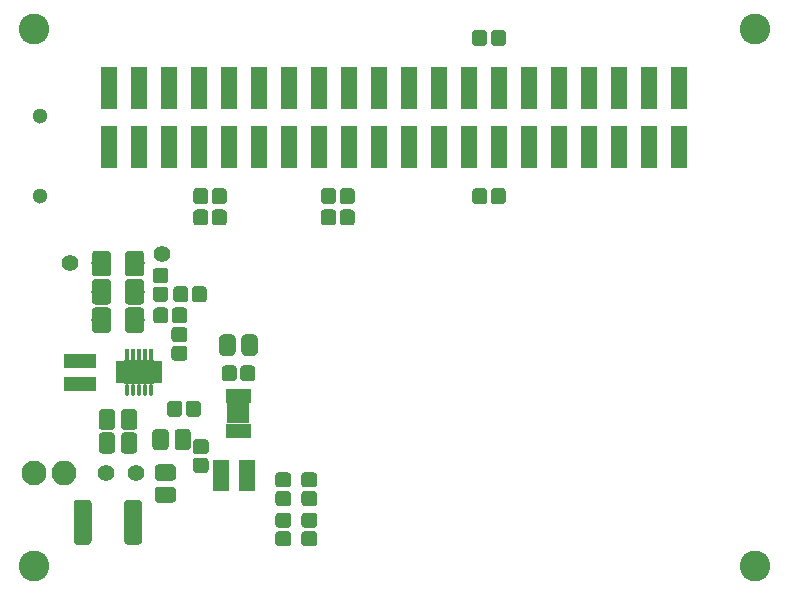
<source format=gts>
G04 #@! TF.GenerationSoftware,KiCad,Pcbnew,(5.0.0)*
G04 #@! TF.CreationDate,2020-06-08T02:19:36+09:00*
G04 #@! TF.ProjectId,WioTerminal_BatteryChassisAAA,57696F5465726D696E616C5F42617474,rev?*
G04 #@! TF.SameCoordinates,PX206cc80PYfe6f74f0*
G04 #@! TF.FileFunction,Soldermask,Top*
G04 #@! TF.FilePolarity,Negative*
%FSLAX46Y46*%
G04 Gerber Fmt 4.6, Leading zero omitted, Abs format (unit mm)*
G04 Created by KiCad (PCBNEW (5.0.0)) date 06/08/20 02:19:36*
%MOMM*%
%LPD*%
G01*
G04 APERTURE LIST*
%ADD10C,2.600000*%
%ADD11C,2.100000*%
%ADD12O,2.100000X2.100000*%
%ADD13R,1.100000X0.650000*%
%ADD14O,0.420000X0.990000*%
%ADD15R,0.420000X0.420000*%
%ADD16C,1.000000*%
%ADD17R,2.550000X2.100000*%
%ADD18R,1.300000X1.050000*%
%ADD19R,1.000000X0.630000*%
%ADD20C,0.100000*%
%ADD21C,1.375000*%
%ADD22C,1.275000*%
%ADD23C,1.650000*%
%ADD24C,1.400000*%
%ADD25R,1.460000X0.800000*%
%ADD26C,1.525000*%
%ADD27R,0.700000X1.150000*%
%ADD28R,1.900000X1.700000*%
%ADD29R,1.400000X3.550000*%
%ADD30C,1.300000*%
%ADD31R,2.700000X1.250000*%
G04 APERTURE END LIST*
D10*
G04 #@! TO.C,MH4*
X-30500000Y22750000D03*
G04 #@! TD*
G04 #@! TO.C,MH1*
X-30500000Y-22750000D03*
G04 #@! TD*
G04 #@! TO.C,MH2*
X30500000Y-22750000D03*
G04 #@! TD*
G04 #@! TO.C,MH3*
X30500000Y22750000D03*
G04 #@! TD*
D11*
G04 #@! TO.C,J2*
X-30540000Y-14800000D03*
D12*
X-28000000Y-14800000D03*
G04 #@! TD*
D13*
G04 #@! TO.C,U2*
X-20175000Y-6900000D03*
X-20175000Y-5700000D03*
X-23025000Y-6900000D03*
X-23025000Y-5700000D03*
D14*
X-22600000Y-7775000D03*
X-22100000Y-7775000D03*
D15*
X-21600000Y-8060000D03*
D14*
X-21100000Y-7775000D03*
D15*
X-20600000Y-8060000D03*
D14*
X-20600000Y-4825000D03*
X-21100000Y-4825000D03*
D15*
X-21600000Y-4540000D03*
X-22100000Y-4540000D03*
X-22600000Y-4540000D03*
D16*
X-21600000Y-6300000D03*
X-22100000Y-6800000D03*
X-22100000Y-5800000D03*
X-21100000Y-6800000D03*
X-21100000Y-5800000D03*
D13*
X-23025000Y-6500000D03*
X-23025000Y-6100000D03*
X-20175000Y-6500000D03*
X-20175000Y-6100000D03*
D17*
X-21600000Y-6300000D03*
D15*
X-22600000Y-8060000D03*
X-22100000Y-8060000D03*
D14*
X-21600000Y-7775000D03*
D15*
X-21100000Y-8060000D03*
D14*
X-20600000Y-7775000D03*
D15*
X-20600000Y-4540000D03*
X-21100000Y-4540000D03*
D14*
X-21600000Y-4825000D03*
X-22100000Y-4825000D03*
X-22600000Y-4825000D03*
D18*
X-22160000Y-6735000D03*
X-21040000Y-5865000D03*
X-21040000Y-6735000D03*
X-22160000Y-5865000D03*
D19*
X-23025000Y-6900000D03*
X-23025000Y-6500000D03*
X-23025000Y-6100000D03*
X-23025000Y-5700000D03*
X-20175000Y-6900000D03*
X-20175000Y-6500000D03*
X-20175000Y-6100000D03*
X-20175000Y-5700000D03*
G04 #@! TD*
D20*
G04 #@! TO.C,C1*
G36*
X-22085057Y-11401655D02*
X-22051688Y-11406605D01*
X-22018965Y-11414802D01*
X-21987203Y-11426166D01*
X-21956707Y-11440590D01*
X-21927773Y-11457932D01*
X-21900677Y-11478028D01*
X-21875682Y-11500682D01*
X-21853028Y-11525677D01*
X-21832932Y-11552773D01*
X-21815590Y-11581707D01*
X-21801166Y-11612203D01*
X-21789802Y-11643965D01*
X-21781605Y-11676688D01*
X-21776655Y-11710057D01*
X-21775000Y-11743750D01*
X-21775000Y-12856250D01*
X-21776655Y-12889943D01*
X-21781605Y-12923312D01*
X-21789802Y-12956035D01*
X-21801166Y-12987797D01*
X-21815590Y-13018293D01*
X-21832932Y-13047227D01*
X-21853028Y-13074323D01*
X-21875682Y-13099318D01*
X-21900677Y-13121972D01*
X-21927773Y-13142068D01*
X-21956707Y-13159410D01*
X-21987203Y-13173834D01*
X-22018965Y-13185198D01*
X-22051688Y-13193395D01*
X-22085057Y-13198345D01*
X-22118750Y-13200000D01*
X-22806250Y-13200000D01*
X-22839943Y-13198345D01*
X-22873312Y-13193395D01*
X-22906035Y-13185198D01*
X-22937797Y-13173834D01*
X-22968293Y-13159410D01*
X-22997227Y-13142068D01*
X-23024323Y-13121972D01*
X-23049318Y-13099318D01*
X-23071972Y-13074323D01*
X-23092068Y-13047227D01*
X-23109410Y-13018293D01*
X-23123834Y-12987797D01*
X-23135198Y-12956035D01*
X-23143395Y-12923312D01*
X-23148345Y-12889943D01*
X-23150000Y-12856250D01*
X-23150000Y-11743750D01*
X-23148345Y-11710057D01*
X-23143395Y-11676688D01*
X-23135198Y-11643965D01*
X-23123834Y-11612203D01*
X-23109410Y-11581707D01*
X-23092068Y-11552773D01*
X-23071972Y-11525677D01*
X-23049318Y-11500682D01*
X-23024323Y-11478028D01*
X-22997227Y-11457932D01*
X-22968293Y-11440590D01*
X-22937797Y-11426166D01*
X-22906035Y-11414802D01*
X-22873312Y-11406605D01*
X-22839943Y-11401655D01*
X-22806250Y-11400000D01*
X-22118750Y-11400000D01*
X-22085057Y-11401655D01*
X-22085057Y-11401655D01*
G37*
D21*
X-22462500Y-12300000D03*
D20*
G36*
X-23960057Y-11401655D02*
X-23926688Y-11406605D01*
X-23893965Y-11414802D01*
X-23862203Y-11426166D01*
X-23831707Y-11440590D01*
X-23802773Y-11457932D01*
X-23775677Y-11478028D01*
X-23750682Y-11500682D01*
X-23728028Y-11525677D01*
X-23707932Y-11552773D01*
X-23690590Y-11581707D01*
X-23676166Y-11612203D01*
X-23664802Y-11643965D01*
X-23656605Y-11676688D01*
X-23651655Y-11710057D01*
X-23650000Y-11743750D01*
X-23650000Y-12856250D01*
X-23651655Y-12889943D01*
X-23656605Y-12923312D01*
X-23664802Y-12956035D01*
X-23676166Y-12987797D01*
X-23690590Y-13018293D01*
X-23707932Y-13047227D01*
X-23728028Y-13074323D01*
X-23750682Y-13099318D01*
X-23775677Y-13121972D01*
X-23802773Y-13142068D01*
X-23831707Y-13159410D01*
X-23862203Y-13173834D01*
X-23893965Y-13185198D01*
X-23926688Y-13193395D01*
X-23960057Y-13198345D01*
X-23993750Y-13200000D01*
X-24681250Y-13200000D01*
X-24714943Y-13198345D01*
X-24748312Y-13193395D01*
X-24781035Y-13185198D01*
X-24812797Y-13173834D01*
X-24843293Y-13159410D01*
X-24872227Y-13142068D01*
X-24899323Y-13121972D01*
X-24924318Y-13099318D01*
X-24946972Y-13074323D01*
X-24967068Y-13047227D01*
X-24984410Y-13018293D01*
X-24998834Y-12987797D01*
X-25010198Y-12956035D01*
X-25018395Y-12923312D01*
X-25023345Y-12889943D01*
X-25025000Y-12856250D01*
X-25025000Y-11743750D01*
X-25023345Y-11710057D01*
X-25018395Y-11676688D01*
X-25010198Y-11643965D01*
X-24998834Y-11612203D01*
X-24984410Y-11581707D01*
X-24967068Y-11552773D01*
X-24946972Y-11525677D01*
X-24924318Y-11500682D01*
X-24899323Y-11478028D01*
X-24872227Y-11457932D01*
X-24843293Y-11440590D01*
X-24812797Y-11426166D01*
X-24781035Y-11414802D01*
X-24748312Y-11406605D01*
X-24714943Y-11401655D01*
X-24681250Y-11400000D01*
X-23993750Y-11400000D01*
X-23960057Y-11401655D01*
X-23960057Y-11401655D01*
G37*
D21*
X-24337500Y-12300000D03*
G04 #@! TD*
D20*
G04 #@! TO.C,C2*
G36*
X-16012507Y-11976535D02*
X-15981565Y-11981125D01*
X-15951222Y-11988725D01*
X-15921770Y-11999263D01*
X-15893492Y-12012638D01*
X-15866662Y-12028719D01*
X-15841537Y-12047353D01*
X-15818360Y-12068360D01*
X-15797353Y-12091537D01*
X-15778719Y-12116662D01*
X-15762638Y-12143492D01*
X-15749263Y-12171770D01*
X-15738725Y-12201222D01*
X-15731125Y-12231565D01*
X-15726535Y-12262507D01*
X-15725000Y-12293750D01*
X-15725000Y-12931250D01*
X-15726535Y-12962493D01*
X-15731125Y-12993435D01*
X-15738725Y-13023778D01*
X-15749263Y-13053230D01*
X-15762638Y-13081508D01*
X-15778719Y-13108338D01*
X-15797353Y-13133463D01*
X-15818360Y-13156640D01*
X-15841537Y-13177647D01*
X-15866662Y-13196281D01*
X-15893492Y-13212362D01*
X-15921770Y-13225737D01*
X-15951222Y-13236275D01*
X-15981565Y-13243875D01*
X-16012507Y-13248465D01*
X-16043750Y-13250000D01*
X-16756250Y-13250000D01*
X-16787493Y-13248465D01*
X-16818435Y-13243875D01*
X-16848778Y-13236275D01*
X-16878230Y-13225737D01*
X-16906508Y-13212362D01*
X-16933338Y-13196281D01*
X-16958463Y-13177647D01*
X-16981640Y-13156640D01*
X-17002647Y-13133463D01*
X-17021281Y-13108338D01*
X-17037362Y-13081508D01*
X-17050737Y-13053230D01*
X-17061275Y-13023778D01*
X-17068875Y-12993435D01*
X-17073465Y-12962493D01*
X-17075000Y-12931250D01*
X-17075000Y-12293750D01*
X-17073465Y-12262507D01*
X-17068875Y-12231565D01*
X-17061275Y-12201222D01*
X-17050737Y-12171770D01*
X-17037362Y-12143492D01*
X-17021281Y-12116662D01*
X-17002647Y-12091537D01*
X-16981640Y-12068360D01*
X-16958463Y-12047353D01*
X-16933338Y-12028719D01*
X-16906508Y-12012638D01*
X-16878230Y-11999263D01*
X-16848778Y-11988725D01*
X-16818435Y-11981125D01*
X-16787493Y-11976535D01*
X-16756250Y-11975000D01*
X-16043750Y-11975000D01*
X-16012507Y-11976535D01*
X-16012507Y-11976535D01*
G37*
D22*
X-16400000Y-12612500D03*
D20*
G36*
X-16012507Y-13551535D02*
X-15981565Y-13556125D01*
X-15951222Y-13563725D01*
X-15921770Y-13574263D01*
X-15893492Y-13587638D01*
X-15866662Y-13603719D01*
X-15841537Y-13622353D01*
X-15818360Y-13643360D01*
X-15797353Y-13666537D01*
X-15778719Y-13691662D01*
X-15762638Y-13718492D01*
X-15749263Y-13746770D01*
X-15738725Y-13776222D01*
X-15731125Y-13806565D01*
X-15726535Y-13837507D01*
X-15725000Y-13868750D01*
X-15725000Y-14506250D01*
X-15726535Y-14537493D01*
X-15731125Y-14568435D01*
X-15738725Y-14598778D01*
X-15749263Y-14628230D01*
X-15762638Y-14656508D01*
X-15778719Y-14683338D01*
X-15797353Y-14708463D01*
X-15818360Y-14731640D01*
X-15841537Y-14752647D01*
X-15866662Y-14771281D01*
X-15893492Y-14787362D01*
X-15921770Y-14800737D01*
X-15951222Y-14811275D01*
X-15981565Y-14818875D01*
X-16012507Y-14823465D01*
X-16043750Y-14825000D01*
X-16756250Y-14825000D01*
X-16787493Y-14823465D01*
X-16818435Y-14818875D01*
X-16848778Y-14811275D01*
X-16878230Y-14800737D01*
X-16906508Y-14787362D01*
X-16933338Y-14771281D01*
X-16958463Y-14752647D01*
X-16981640Y-14731640D01*
X-17002647Y-14708463D01*
X-17021281Y-14683338D01*
X-17037362Y-14656508D01*
X-17050737Y-14628230D01*
X-17061275Y-14598778D01*
X-17068875Y-14568435D01*
X-17073465Y-14537493D01*
X-17075000Y-14506250D01*
X-17075000Y-13868750D01*
X-17073465Y-13837507D01*
X-17068875Y-13806565D01*
X-17061275Y-13776222D01*
X-17050737Y-13746770D01*
X-17037362Y-13718492D01*
X-17021281Y-13691662D01*
X-17002647Y-13666537D01*
X-16981640Y-13643360D01*
X-16958463Y-13622353D01*
X-16933338Y-13603719D01*
X-16906508Y-13587638D01*
X-16878230Y-13574263D01*
X-16848778Y-13563725D01*
X-16818435Y-13556125D01*
X-16787493Y-13551535D01*
X-16756250Y-13550000D01*
X-16043750Y-13550000D01*
X-16012507Y-13551535D01*
X-16012507Y-13551535D01*
G37*
D22*
X-16400000Y-14187500D03*
G04 #@! TD*
D20*
G04 #@! TO.C,C3*
G36*
X-23960057Y-9401655D02*
X-23926688Y-9406605D01*
X-23893965Y-9414802D01*
X-23862203Y-9426166D01*
X-23831707Y-9440590D01*
X-23802773Y-9457932D01*
X-23775677Y-9478028D01*
X-23750682Y-9500682D01*
X-23728028Y-9525677D01*
X-23707932Y-9552773D01*
X-23690590Y-9581707D01*
X-23676166Y-9612203D01*
X-23664802Y-9643965D01*
X-23656605Y-9676688D01*
X-23651655Y-9710057D01*
X-23650000Y-9743750D01*
X-23650000Y-10856250D01*
X-23651655Y-10889943D01*
X-23656605Y-10923312D01*
X-23664802Y-10956035D01*
X-23676166Y-10987797D01*
X-23690590Y-11018293D01*
X-23707932Y-11047227D01*
X-23728028Y-11074323D01*
X-23750682Y-11099318D01*
X-23775677Y-11121972D01*
X-23802773Y-11142068D01*
X-23831707Y-11159410D01*
X-23862203Y-11173834D01*
X-23893965Y-11185198D01*
X-23926688Y-11193395D01*
X-23960057Y-11198345D01*
X-23993750Y-11200000D01*
X-24681250Y-11200000D01*
X-24714943Y-11198345D01*
X-24748312Y-11193395D01*
X-24781035Y-11185198D01*
X-24812797Y-11173834D01*
X-24843293Y-11159410D01*
X-24872227Y-11142068D01*
X-24899323Y-11121972D01*
X-24924318Y-11099318D01*
X-24946972Y-11074323D01*
X-24967068Y-11047227D01*
X-24984410Y-11018293D01*
X-24998834Y-10987797D01*
X-25010198Y-10956035D01*
X-25018395Y-10923312D01*
X-25023345Y-10889943D01*
X-25025000Y-10856250D01*
X-25025000Y-9743750D01*
X-25023345Y-9710057D01*
X-25018395Y-9676688D01*
X-25010198Y-9643965D01*
X-24998834Y-9612203D01*
X-24984410Y-9581707D01*
X-24967068Y-9552773D01*
X-24946972Y-9525677D01*
X-24924318Y-9500682D01*
X-24899323Y-9478028D01*
X-24872227Y-9457932D01*
X-24843293Y-9440590D01*
X-24812797Y-9426166D01*
X-24781035Y-9414802D01*
X-24748312Y-9406605D01*
X-24714943Y-9401655D01*
X-24681250Y-9400000D01*
X-23993750Y-9400000D01*
X-23960057Y-9401655D01*
X-23960057Y-9401655D01*
G37*
D21*
X-24337500Y-10300000D03*
D20*
G36*
X-22085057Y-9401655D02*
X-22051688Y-9406605D01*
X-22018965Y-9414802D01*
X-21987203Y-9426166D01*
X-21956707Y-9440590D01*
X-21927773Y-9457932D01*
X-21900677Y-9478028D01*
X-21875682Y-9500682D01*
X-21853028Y-9525677D01*
X-21832932Y-9552773D01*
X-21815590Y-9581707D01*
X-21801166Y-9612203D01*
X-21789802Y-9643965D01*
X-21781605Y-9676688D01*
X-21776655Y-9710057D01*
X-21775000Y-9743750D01*
X-21775000Y-10856250D01*
X-21776655Y-10889943D01*
X-21781605Y-10923312D01*
X-21789802Y-10956035D01*
X-21801166Y-10987797D01*
X-21815590Y-11018293D01*
X-21832932Y-11047227D01*
X-21853028Y-11074323D01*
X-21875682Y-11099318D01*
X-21900677Y-11121972D01*
X-21927773Y-11142068D01*
X-21956707Y-11159410D01*
X-21987203Y-11173834D01*
X-22018965Y-11185198D01*
X-22051688Y-11193395D01*
X-22085057Y-11198345D01*
X-22118750Y-11200000D01*
X-22806250Y-11200000D01*
X-22839943Y-11198345D01*
X-22873312Y-11193395D01*
X-22906035Y-11185198D01*
X-22937797Y-11173834D01*
X-22968293Y-11159410D01*
X-22997227Y-11142068D01*
X-23024323Y-11121972D01*
X-23049318Y-11099318D01*
X-23071972Y-11074323D01*
X-23092068Y-11047227D01*
X-23109410Y-11018293D01*
X-23123834Y-10987797D01*
X-23135198Y-10956035D01*
X-23143395Y-10923312D01*
X-23148345Y-10889943D01*
X-23150000Y-10856250D01*
X-23150000Y-9743750D01*
X-23148345Y-9710057D01*
X-23143395Y-9676688D01*
X-23135198Y-9643965D01*
X-23123834Y-9612203D01*
X-23109410Y-9581707D01*
X-23092068Y-9552773D01*
X-23071972Y-9525677D01*
X-23049318Y-9500682D01*
X-23024323Y-9478028D01*
X-22997227Y-9457932D01*
X-22968293Y-9440590D01*
X-22937797Y-9426166D01*
X-22906035Y-9414802D01*
X-22873312Y-9406605D01*
X-22839943Y-9401655D01*
X-22806250Y-9400000D01*
X-22118750Y-9400000D01*
X-22085057Y-9401655D01*
X-22085057Y-9401655D01*
G37*
D21*
X-22462500Y-10300000D03*
G04 #@! TD*
D20*
G04 #@! TO.C,C4*
G36*
X-13760057Y-3101655D02*
X-13726688Y-3106605D01*
X-13693965Y-3114802D01*
X-13662203Y-3126166D01*
X-13631707Y-3140590D01*
X-13602773Y-3157932D01*
X-13575677Y-3178028D01*
X-13550682Y-3200682D01*
X-13528028Y-3225677D01*
X-13507932Y-3252773D01*
X-13490590Y-3281707D01*
X-13476166Y-3312203D01*
X-13464802Y-3343965D01*
X-13456605Y-3376688D01*
X-13451655Y-3410057D01*
X-13450000Y-3443750D01*
X-13450000Y-4556250D01*
X-13451655Y-4589943D01*
X-13456605Y-4623312D01*
X-13464802Y-4656035D01*
X-13476166Y-4687797D01*
X-13490590Y-4718293D01*
X-13507932Y-4747227D01*
X-13528028Y-4774323D01*
X-13550682Y-4799318D01*
X-13575677Y-4821972D01*
X-13602773Y-4842068D01*
X-13631707Y-4859410D01*
X-13662203Y-4873834D01*
X-13693965Y-4885198D01*
X-13726688Y-4893395D01*
X-13760057Y-4898345D01*
X-13793750Y-4900000D01*
X-14481250Y-4900000D01*
X-14514943Y-4898345D01*
X-14548312Y-4893395D01*
X-14581035Y-4885198D01*
X-14612797Y-4873834D01*
X-14643293Y-4859410D01*
X-14672227Y-4842068D01*
X-14699323Y-4821972D01*
X-14724318Y-4799318D01*
X-14746972Y-4774323D01*
X-14767068Y-4747227D01*
X-14784410Y-4718293D01*
X-14798834Y-4687797D01*
X-14810198Y-4656035D01*
X-14818395Y-4623312D01*
X-14823345Y-4589943D01*
X-14825000Y-4556250D01*
X-14825000Y-3443750D01*
X-14823345Y-3410057D01*
X-14818395Y-3376688D01*
X-14810198Y-3343965D01*
X-14798834Y-3312203D01*
X-14784410Y-3281707D01*
X-14767068Y-3252773D01*
X-14746972Y-3225677D01*
X-14724318Y-3200682D01*
X-14699323Y-3178028D01*
X-14672227Y-3157932D01*
X-14643293Y-3140590D01*
X-14612797Y-3126166D01*
X-14581035Y-3114802D01*
X-14548312Y-3106605D01*
X-14514943Y-3101655D01*
X-14481250Y-3100000D01*
X-13793750Y-3100000D01*
X-13760057Y-3101655D01*
X-13760057Y-3101655D01*
G37*
D21*
X-14137500Y-4000000D03*
D20*
G36*
X-11885057Y-3101655D02*
X-11851688Y-3106605D01*
X-11818965Y-3114802D01*
X-11787203Y-3126166D01*
X-11756707Y-3140590D01*
X-11727773Y-3157932D01*
X-11700677Y-3178028D01*
X-11675682Y-3200682D01*
X-11653028Y-3225677D01*
X-11632932Y-3252773D01*
X-11615590Y-3281707D01*
X-11601166Y-3312203D01*
X-11589802Y-3343965D01*
X-11581605Y-3376688D01*
X-11576655Y-3410057D01*
X-11575000Y-3443750D01*
X-11575000Y-4556250D01*
X-11576655Y-4589943D01*
X-11581605Y-4623312D01*
X-11589802Y-4656035D01*
X-11601166Y-4687797D01*
X-11615590Y-4718293D01*
X-11632932Y-4747227D01*
X-11653028Y-4774323D01*
X-11675682Y-4799318D01*
X-11700677Y-4821972D01*
X-11727773Y-4842068D01*
X-11756707Y-4859410D01*
X-11787203Y-4873834D01*
X-11818965Y-4885198D01*
X-11851688Y-4893395D01*
X-11885057Y-4898345D01*
X-11918750Y-4900000D01*
X-12606250Y-4900000D01*
X-12639943Y-4898345D01*
X-12673312Y-4893395D01*
X-12706035Y-4885198D01*
X-12737797Y-4873834D01*
X-12768293Y-4859410D01*
X-12797227Y-4842068D01*
X-12824323Y-4821972D01*
X-12849318Y-4799318D01*
X-12871972Y-4774323D01*
X-12892068Y-4747227D01*
X-12909410Y-4718293D01*
X-12923834Y-4687797D01*
X-12935198Y-4656035D01*
X-12943395Y-4623312D01*
X-12948345Y-4589943D01*
X-12950000Y-4556250D01*
X-12950000Y-3443750D01*
X-12948345Y-3410057D01*
X-12943395Y-3376688D01*
X-12935198Y-3343965D01*
X-12923834Y-3312203D01*
X-12909410Y-3281707D01*
X-12892068Y-3252773D01*
X-12871972Y-3225677D01*
X-12849318Y-3200682D01*
X-12824323Y-3178028D01*
X-12797227Y-3157932D01*
X-12768293Y-3140590D01*
X-12737797Y-3126166D01*
X-12706035Y-3114802D01*
X-12673312Y-3106605D01*
X-12639943Y-3101655D01*
X-12606250Y-3100000D01*
X-11918750Y-3100000D01*
X-11885057Y-3101655D01*
X-11885057Y-3101655D01*
G37*
D21*
X-12262500Y-4000000D03*
G04 #@! TD*
D20*
G04 #@! TO.C,C5*
G36*
X-17812507Y-2476535D02*
X-17781565Y-2481125D01*
X-17751222Y-2488725D01*
X-17721770Y-2499263D01*
X-17693492Y-2512638D01*
X-17666662Y-2528719D01*
X-17641537Y-2547353D01*
X-17618360Y-2568360D01*
X-17597353Y-2591537D01*
X-17578719Y-2616662D01*
X-17562638Y-2643492D01*
X-17549263Y-2671770D01*
X-17538725Y-2701222D01*
X-17531125Y-2731565D01*
X-17526535Y-2762507D01*
X-17525000Y-2793750D01*
X-17525000Y-3431250D01*
X-17526535Y-3462493D01*
X-17531125Y-3493435D01*
X-17538725Y-3523778D01*
X-17549263Y-3553230D01*
X-17562638Y-3581508D01*
X-17578719Y-3608338D01*
X-17597353Y-3633463D01*
X-17618360Y-3656640D01*
X-17641537Y-3677647D01*
X-17666662Y-3696281D01*
X-17693492Y-3712362D01*
X-17721770Y-3725737D01*
X-17751222Y-3736275D01*
X-17781565Y-3743875D01*
X-17812507Y-3748465D01*
X-17843750Y-3750000D01*
X-18556250Y-3750000D01*
X-18587493Y-3748465D01*
X-18618435Y-3743875D01*
X-18648778Y-3736275D01*
X-18678230Y-3725737D01*
X-18706508Y-3712362D01*
X-18733338Y-3696281D01*
X-18758463Y-3677647D01*
X-18781640Y-3656640D01*
X-18802647Y-3633463D01*
X-18821281Y-3608338D01*
X-18837362Y-3581508D01*
X-18850737Y-3553230D01*
X-18861275Y-3523778D01*
X-18868875Y-3493435D01*
X-18873465Y-3462493D01*
X-18875000Y-3431250D01*
X-18875000Y-2793750D01*
X-18873465Y-2762507D01*
X-18868875Y-2731565D01*
X-18861275Y-2701222D01*
X-18850737Y-2671770D01*
X-18837362Y-2643492D01*
X-18821281Y-2616662D01*
X-18802647Y-2591537D01*
X-18781640Y-2568360D01*
X-18758463Y-2547353D01*
X-18733338Y-2528719D01*
X-18706508Y-2512638D01*
X-18678230Y-2499263D01*
X-18648778Y-2488725D01*
X-18618435Y-2481125D01*
X-18587493Y-2476535D01*
X-18556250Y-2475000D01*
X-17843750Y-2475000D01*
X-17812507Y-2476535D01*
X-17812507Y-2476535D01*
G37*
D22*
X-18200000Y-3112500D03*
D20*
G36*
X-17812507Y-4051535D02*
X-17781565Y-4056125D01*
X-17751222Y-4063725D01*
X-17721770Y-4074263D01*
X-17693492Y-4087638D01*
X-17666662Y-4103719D01*
X-17641537Y-4122353D01*
X-17618360Y-4143360D01*
X-17597353Y-4166537D01*
X-17578719Y-4191662D01*
X-17562638Y-4218492D01*
X-17549263Y-4246770D01*
X-17538725Y-4276222D01*
X-17531125Y-4306565D01*
X-17526535Y-4337507D01*
X-17525000Y-4368750D01*
X-17525000Y-5006250D01*
X-17526535Y-5037493D01*
X-17531125Y-5068435D01*
X-17538725Y-5098778D01*
X-17549263Y-5128230D01*
X-17562638Y-5156508D01*
X-17578719Y-5183338D01*
X-17597353Y-5208463D01*
X-17618360Y-5231640D01*
X-17641537Y-5252647D01*
X-17666662Y-5271281D01*
X-17693492Y-5287362D01*
X-17721770Y-5300737D01*
X-17751222Y-5311275D01*
X-17781565Y-5318875D01*
X-17812507Y-5323465D01*
X-17843750Y-5325000D01*
X-18556250Y-5325000D01*
X-18587493Y-5323465D01*
X-18618435Y-5318875D01*
X-18648778Y-5311275D01*
X-18678230Y-5300737D01*
X-18706508Y-5287362D01*
X-18733338Y-5271281D01*
X-18758463Y-5252647D01*
X-18781640Y-5231640D01*
X-18802647Y-5208463D01*
X-18821281Y-5183338D01*
X-18837362Y-5156508D01*
X-18850737Y-5128230D01*
X-18861275Y-5098778D01*
X-18868875Y-5068435D01*
X-18873465Y-5037493D01*
X-18875000Y-5006250D01*
X-18875000Y-4368750D01*
X-18873465Y-4337507D01*
X-18868875Y-4306565D01*
X-18861275Y-4276222D01*
X-18850737Y-4246770D01*
X-18837362Y-4218492D01*
X-18821281Y-4191662D01*
X-18802647Y-4166537D01*
X-18781640Y-4143360D01*
X-18758463Y-4122353D01*
X-18733338Y-4103719D01*
X-18706508Y-4087638D01*
X-18678230Y-4074263D01*
X-18648778Y-4063725D01*
X-18618435Y-4056125D01*
X-18587493Y-4051535D01*
X-18556250Y-4050000D01*
X-17843750Y-4050000D01*
X-17812507Y-4051535D01*
X-17812507Y-4051535D01*
G37*
D22*
X-18200000Y-4687500D03*
G04 #@! TD*
D20*
G04 #@! TO.C,C6*
G36*
X-16162507Y973465D02*
X-16131565Y968875D01*
X-16101222Y961275D01*
X-16071770Y950737D01*
X-16043492Y937362D01*
X-16016662Y921281D01*
X-15991537Y902647D01*
X-15968360Y881640D01*
X-15947353Y858463D01*
X-15928719Y833338D01*
X-15912638Y806508D01*
X-15899263Y778230D01*
X-15888725Y748778D01*
X-15881125Y718435D01*
X-15876535Y687493D01*
X-15875000Y656250D01*
X-15875000Y-56250D01*
X-15876535Y-87493D01*
X-15881125Y-118435D01*
X-15888725Y-148778D01*
X-15899263Y-178230D01*
X-15912638Y-206508D01*
X-15928719Y-233338D01*
X-15947353Y-258463D01*
X-15968360Y-281640D01*
X-15991537Y-302647D01*
X-16016662Y-321281D01*
X-16043492Y-337362D01*
X-16071770Y-350737D01*
X-16101222Y-361275D01*
X-16131565Y-368875D01*
X-16162507Y-373465D01*
X-16193750Y-375000D01*
X-16831250Y-375000D01*
X-16862493Y-373465D01*
X-16893435Y-368875D01*
X-16923778Y-361275D01*
X-16953230Y-350737D01*
X-16981508Y-337362D01*
X-17008338Y-321281D01*
X-17033463Y-302647D01*
X-17056640Y-281640D01*
X-17077647Y-258463D01*
X-17096281Y-233338D01*
X-17112362Y-206508D01*
X-17125737Y-178230D01*
X-17136275Y-148778D01*
X-17143875Y-118435D01*
X-17148465Y-87493D01*
X-17150000Y-56250D01*
X-17150000Y656250D01*
X-17148465Y687493D01*
X-17143875Y718435D01*
X-17136275Y748778D01*
X-17125737Y778230D01*
X-17112362Y806508D01*
X-17096281Y833338D01*
X-17077647Y858463D01*
X-17056640Y881640D01*
X-17033463Y902647D01*
X-17008338Y921281D01*
X-16981508Y937362D01*
X-16953230Y950737D01*
X-16923778Y961275D01*
X-16893435Y968875D01*
X-16862493Y973465D01*
X-16831250Y975000D01*
X-16193750Y975000D01*
X-16162507Y973465D01*
X-16162507Y973465D01*
G37*
D22*
X-16512500Y300000D03*
D20*
G36*
X-17737507Y973465D02*
X-17706565Y968875D01*
X-17676222Y961275D01*
X-17646770Y950737D01*
X-17618492Y937362D01*
X-17591662Y921281D01*
X-17566537Y902647D01*
X-17543360Y881640D01*
X-17522353Y858463D01*
X-17503719Y833338D01*
X-17487638Y806508D01*
X-17474263Y778230D01*
X-17463725Y748778D01*
X-17456125Y718435D01*
X-17451535Y687493D01*
X-17450000Y656250D01*
X-17450000Y-56250D01*
X-17451535Y-87493D01*
X-17456125Y-118435D01*
X-17463725Y-148778D01*
X-17474263Y-178230D01*
X-17487638Y-206508D01*
X-17503719Y-233338D01*
X-17522353Y-258463D01*
X-17543360Y-281640D01*
X-17566537Y-302647D01*
X-17591662Y-321281D01*
X-17618492Y-337362D01*
X-17646770Y-350737D01*
X-17676222Y-361275D01*
X-17706565Y-368875D01*
X-17737507Y-373465D01*
X-17768750Y-375000D01*
X-18406250Y-375000D01*
X-18437493Y-373465D01*
X-18468435Y-368875D01*
X-18498778Y-361275D01*
X-18528230Y-350737D01*
X-18556508Y-337362D01*
X-18583338Y-321281D01*
X-18608463Y-302647D01*
X-18631640Y-281640D01*
X-18652647Y-258463D01*
X-18671281Y-233338D01*
X-18687362Y-206508D01*
X-18700737Y-178230D01*
X-18711275Y-148778D01*
X-18718875Y-118435D01*
X-18723465Y-87493D01*
X-18725000Y-56250D01*
X-18725000Y656250D01*
X-18723465Y687493D01*
X-18718875Y718435D01*
X-18711275Y748778D01*
X-18700737Y778230D01*
X-18687362Y806508D01*
X-18671281Y833338D01*
X-18652647Y858463D01*
X-18631640Y881640D01*
X-18608463Y902647D01*
X-18583338Y921281D01*
X-18556508Y937362D01*
X-18528230Y950737D01*
X-18498778Y961275D01*
X-18468435Y968875D01*
X-18437493Y973465D01*
X-18406250Y975000D01*
X-17768750Y975000D01*
X-17737507Y973465D01*
X-17737507Y973465D01*
G37*
D22*
X-18087500Y300000D03*
G04 #@! TD*
D20*
G04 #@! TO.C,C7*
G36*
X-21472654Y-826589D02*
X-21440620Y-831341D01*
X-21409206Y-839210D01*
X-21378714Y-850120D01*
X-21349439Y-863966D01*
X-21321662Y-880615D01*
X-21295650Y-899907D01*
X-21271655Y-921655D01*
X-21249907Y-945650D01*
X-21230615Y-971662D01*
X-21213966Y-999439D01*
X-21200120Y-1028714D01*
X-21189210Y-1059206D01*
X-21181341Y-1090620D01*
X-21176589Y-1122654D01*
X-21175000Y-1155000D01*
X-21175000Y-2645000D01*
X-21176589Y-2677346D01*
X-21181341Y-2709380D01*
X-21189210Y-2740794D01*
X-21200120Y-2771286D01*
X-21213966Y-2800561D01*
X-21230615Y-2828338D01*
X-21249907Y-2854350D01*
X-21271655Y-2878345D01*
X-21295650Y-2900093D01*
X-21321662Y-2919385D01*
X-21349439Y-2936034D01*
X-21378714Y-2949880D01*
X-21409206Y-2960790D01*
X-21440620Y-2968659D01*
X-21472654Y-2973411D01*
X-21505000Y-2975000D01*
X-22495000Y-2975000D01*
X-22527346Y-2973411D01*
X-22559380Y-2968659D01*
X-22590794Y-2960790D01*
X-22621286Y-2949880D01*
X-22650561Y-2936034D01*
X-22678338Y-2919385D01*
X-22704350Y-2900093D01*
X-22728345Y-2878345D01*
X-22750093Y-2854350D01*
X-22769385Y-2828338D01*
X-22786034Y-2800561D01*
X-22799880Y-2771286D01*
X-22810790Y-2740794D01*
X-22818659Y-2709380D01*
X-22823411Y-2677346D01*
X-22825000Y-2645000D01*
X-22825000Y-1155000D01*
X-22823411Y-1122654D01*
X-22818659Y-1090620D01*
X-22810790Y-1059206D01*
X-22799880Y-1028714D01*
X-22786034Y-999439D01*
X-22769385Y-971662D01*
X-22750093Y-945650D01*
X-22728345Y-921655D01*
X-22704350Y-899907D01*
X-22678338Y-880615D01*
X-22650561Y-863966D01*
X-22621286Y-850120D01*
X-22590794Y-839210D01*
X-22559380Y-831341D01*
X-22527346Y-826589D01*
X-22495000Y-825000D01*
X-21505000Y-825000D01*
X-21472654Y-826589D01*
X-21472654Y-826589D01*
G37*
D23*
X-22000000Y-1900000D03*
D20*
G36*
X-24272654Y-826589D02*
X-24240620Y-831341D01*
X-24209206Y-839210D01*
X-24178714Y-850120D01*
X-24149439Y-863966D01*
X-24121662Y-880615D01*
X-24095650Y-899907D01*
X-24071655Y-921655D01*
X-24049907Y-945650D01*
X-24030615Y-971662D01*
X-24013966Y-999439D01*
X-24000120Y-1028714D01*
X-23989210Y-1059206D01*
X-23981341Y-1090620D01*
X-23976589Y-1122654D01*
X-23975000Y-1155000D01*
X-23975000Y-2645000D01*
X-23976589Y-2677346D01*
X-23981341Y-2709380D01*
X-23989210Y-2740794D01*
X-24000120Y-2771286D01*
X-24013966Y-2800561D01*
X-24030615Y-2828338D01*
X-24049907Y-2854350D01*
X-24071655Y-2878345D01*
X-24095650Y-2900093D01*
X-24121662Y-2919385D01*
X-24149439Y-2936034D01*
X-24178714Y-2949880D01*
X-24209206Y-2960790D01*
X-24240620Y-2968659D01*
X-24272654Y-2973411D01*
X-24305000Y-2975000D01*
X-25295000Y-2975000D01*
X-25327346Y-2973411D01*
X-25359380Y-2968659D01*
X-25390794Y-2960790D01*
X-25421286Y-2949880D01*
X-25450561Y-2936034D01*
X-25478338Y-2919385D01*
X-25504350Y-2900093D01*
X-25528345Y-2878345D01*
X-25550093Y-2854350D01*
X-25569385Y-2828338D01*
X-25586034Y-2800561D01*
X-25599880Y-2771286D01*
X-25610790Y-2740794D01*
X-25618659Y-2709380D01*
X-25623411Y-2677346D01*
X-25625000Y-2645000D01*
X-25625000Y-1155000D01*
X-25623411Y-1122654D01*
X-25618659Y-1090620D01*
X-25610790Y-1059206D01*
X-25599880Y-1028714D01*
X-25586034Y-999439D01*
X-25569385Y-971662D01*
X-25550093Y-945650D01*
X-25528345Y-921655D01*
X-25504350Y-899907D01*
X-25478338Y-880615D01*
X-25450561Y-863966D01*
X-25421286Y-850120D01*
X-25390794Y-839210D01*
X-25359380Y-831341D01*
X-25327346Y-826589D01*
X-25295000Y-825000D01*
X-24305000Y-825000D01*
X-24272654Y-826589D01*
X-24272654Y-826589D01*
G37*
D23*
X-24800000Y-1900000D03*
G04 #@! TD*
D20*
G04 #@! TO.C,C8*
G36*
X-24272654Y1573411D02*
X-24240620Y1568659D01*
X-24209206Y1560790D01*
X-24178714Y1549880D01*
X-24149439Y1536034D01*
X-24121662Y1519385D01*
X-24095650Y1500093D01*
X-24071655Y1478345D01*
X-24049907Y1454350D01*
X-24030615Y1428338D01*
X-24013966Y1400561D01*
X-24000120Y1371286D01*
X-23989210Y1340794D01*
X-23981341Y1309380D01*
X-23976589Y1277346D01*
X-23975000Y1245000D01*
X-23975000Y-245000D01*
X-23976589Y-277346D01*
X-23981341Y-309380D01*
X-23989210Y-340794D01*
X-24000120Y-371286D01*
X-24013966Y-400561D01*
X-24030615Y-428338D01*
X-24049907Y-454350D01*
X-24071655Y-478345D01*
X-24095650Y-500093D01*
X-24121662Y-519385D01*
X-24149439Y-536034D01*
X-24178714Y-549880D01*
X-24209206Y-560790D01*
X-24240620Y-568659D01*
X-24272654Y-573411D01*
X-24305000Y-575000D01*
X-25295000Y-575000D01*
X-25327346Y-573411D01*
X-25359380Y-568659D01*
X-25390794Y-560790D01*
X-25421286Y-549880D01*
X-25450561Y-536034D01*
X-25478338Y-519385D01*
X-25504350Y-500093D01*
X-25528345Y-478345D01*
X-25550093Y-454350D01*
X-25569385Y-428338D01*
X-25586034Y-400561D01*
X-25599880Y-371286D01*
X-25610790Y-340794D01*
X-25618659Y-309380D01*
X-25623411Y-277346D01*
X-25625000Y-245000D01*
X-25625000Y1245000D01*
X-25623411Y1277346D01*
X-25618659Y1309380D01*
X-25610790Y1340794D01*
X-25599880Y1371286D01*
X-25586034Y1400561D01*
X-25569385Y1428338D01*
X-25550093Y1454350D01*
X-25528345Y1478345D01*
X-25504350Y1500093D01*
X-25478338Y1519385D01*
X-25450561Y1536034D01*
X-25421286Y1549880D01*
X-25390794Y1560790D01*
X-25359380Y1568659D01*
X-25327346Y1573411D01*
X-25295000Y1575000D01*
X-24305000Y1575000D01*
X-24272654Y1573411D01*
X-24272654Y1573411D01*
G37*
D23*
X-24800000Y500000D03*
D20*
G36*
X-21472654Y1573411D02*
X-21440620Y1568659D01*
X-21409206Y1560790D01*
X-21378714Y1549880D01*
X-21349439Y1536034D01*
X-21321662Y1519385D01*
X-21295650Y1500093D01*
X-21271655Y1478345D01*
X-21249907Y1454350D01*
X-21230615Y1428338D01*
X-21213966Y1400561D01*
X-21200120Y1371286D01*
X-21189210Y1340794D01*
X-21181341Y1309380D01*
X-21176589Y1277346D01*
X-21175000Y1245000D01*
X-21175000Y-245000D01*
X-21176589Y-277346D01*
X-21181341Y-309380D01*
X-21189210Y-340794D01*
X-21200120Y-371286D01*
X-21213966Y-400561D01*
X-21230615Y-428338D01*
X-21249907Y-454350D01*
X-21271655Y-478345D01*
X-21295650Y-500093D01*
X-21321662Y-519385D01*
X-21349439Y-536034D01*
X-21378714Y-549880D01*
X-21409206Y-560790D01*
X-21440620Y-568659D01*
X-21472654Y-573411D01*
X-21505000Y-575000D01*
X-22495000Y-575000D01*
X-22527346Y-573411D01*
X-22559380Y-568659D01*
X-22590794Y-560790D01*
X-22621286Y-549880D01*
X-22650561Y-536034D01*
X-22678338Y-519385D01*
X-22704350Y-500093D01*
X-22728345Y-478345D01*
X-22750093Y-454350D01*
X-22769385Y-428338D01*
X-22786034Y-400561D01*
X-22799880Y-371286D01*
X-22810790Y-340794D01*
X-22818659Y-309380D01*
X-22823411Y-277346D01*
X-22825000Y-245000D01*
X-22825000Y1245000D01*
X-22823411Y1277346D01*
X-22818659Y1309380D01*
X-22810790Y1340794D01*
X-22799880Y1371286D01*
X-22786034Y1400561D01*
X-22769385Y1428338D01*
X-22750093Y1454350D01*
X-22728345Y1478345D01*
X-22704350Y1500093D01*
X-22678338Y1519385D01*
X-22650561Y1536034D01*
X-22621286Y1549880D01*
X-22590794Y1560790D01*
X-22559380Y1568659D01*
X-22527346Y1573411D01*
X-22495000Y1575000D01*
X-21505000Y1575000D01*
X-21472654Y1573411D01*
X-21472654Y1573411D01*
G37*
D23*
X-22000000Y500000D03*
G04 #@! TD*
D20*
G04 #@! TO.C,C9*
G36*
X-21472654Y3973411D02*
X-21440620Y3968659D01*
X-21409206Y3960790D01*
X-21378714Y3949880D01*
X-21349439Y3936034D01*
X-21321662Y3919385D01*
X-21295650Y3900093D01*
X-21271655Y3878345D01*
X-21249907Y3854350D01*
X-21230615Y3828338D01*
X-21213966Y3800561D01*
X-21200120Y3771286D01*
X-21189210Y3740794D01*
X-21181341Y3709380D01*
X-21176589Y3677346D01*
X-21175000Y3645000D01*
X-21175000Y2155000D01*
X-21176589Y2122654D01*
X-21181341Y2090620D01*
X-21189210Y2059206D01*
X-21200120Y2028714D01*
X-21213966Y1999439D01*
X-21230615Y1971662D01*
X-21249907Y1945650D01*
X-21271655Y1921655D01*
X-21295650Y1899907D01*
X-21321662Y1880615D01*
X-21349439Y1863966D01*
X-21378714Y1850120D01*
X-21409206Y1839210D01*
X-21440620Y1831341D01*
X-21472654Y1826589D01*
X-21505000Y1825000D01*
X-22495000Y1825000D01*
X-22527346Y1826589D01*
X-22559380Y1831341D01*
X-22590794Y1839210D01*
X-22621286Y1850120D01*
X-22650561Y1863966D01*
X-22678338Y1880615D01*
X-22704350Y1899907D01*
X-22728345Y1921655D01*
X-22750093Y1945650D01*
X-22769385Y1971662D01*
X-22786034Y1999439D01*
X-22799880Y2028714D01*
X-22810790Y2059206D01*
X-22818659Y2090620D01*
X-22823411Y2122654D01*
X-22825000Y2155000D01*
X-22825000Y3645000D01*
X-22823411Y3677346D01*
X-22818659Y3709380D01*
X-22810790Y3740794D01*
X-22799880Y3771286D01*
X-22786034Y3800561D01*
X-22769385Y3828338D01*
X-22750093Y3854350D01*
X-22728345Y3878345D01*
X-22704350Y3900093D01*
X-22678338Y3919385D01*
X-22650561Y3936034D01*
X-22621286Y3949880D01*
X-22590794Y3960790D01*
X-22559380Y3968659D01*
X-22527346Y3973411D01*
X-22495000Y3975000D01*
X-21505000Y3975000D01*
X-21472654Y3973411D01*
X-21472654Y3973411D01*
G37*
D23*
X-22000000Y2900000D03*
D20*
G36*
X-24272654Y3973411D02*
X-24240620Y3968659D01*
X-24209206Y3960790D01*
X-24178714Y3949880D01*
X-24149439Y3936034D01*
X-24121662Y3919385D01*
X-24095650Y3900093D01*
X-24071655Y3878345D01*
X-24049907Y3854350D01*
X-24030615Y3828338D01*
X-24013966Y3800561D01*
X-24000120Y3771286D01*
X-23989210Y3740794D01*
X-23981341Y3709380D01*
X-23976589Y3677346D01*
X-23975000Y3645000D01*
X-23975000Y2155000D01*
X-23976589Y2122654D01*
X-23981341Y2090620D01*
X-23989210Y2059206D01*
X-24000120Y2028714D01*
X-24013966Y1999439D01*
X-24030615Y1971662D01*
X-24049907Y1945650D01*
X-24071655Y1921655D01*
X-24095650Y1899907D01*
X-24121662Y1880615D01*
X-24149439Y1863966D01*
X-24178714Y1850120D01*
X-24209206Y1839210D01*
X-24240620Y1831341D01*
X-24272654Y1826589D01*
X-24305000Y1825000D01*
X-25295000Y1825000D01*
X-25327346Y1826589D01*
X-25359380Y1831341D01*
X-25390794Y1839210D01*
X-25421286Y1850120D01*
X-25450561Y1863966D01*
X-25478338Y1880615D01*
X-25504350Y1899907D01*
X-25528345Y1921655D01*
X-25550093Y1945650D01*
X-25569385Y1971662D01*
X-25586034Y1999439D01*
X-25599880Y2028714D01*
X-25610790Y2059206D01*
X-25618659Y2090620D01*
X-25623411Y2122654D01*
X-25625000Y2155000D01*
X-25625000Y3645000D01*
X-25623411Y3677346D01*
X-25618659Y3709380D01*
X-25610790Y3740794D01*
X-25599880Y3771286D01*
X-25586034Y3800561D01*
X-25569385Y3828338D01*
X-25550093Y3854350D01*
X-25528345Y3878345D01*
X-25504350Y3900093D01*
X-25478338Y3919385D01*
X-25450561Y3936034D01*
X-25421286Y3949880D01*
X-25390794Y3960790D01*
X-25359380Y3968659D01*
X-25327346Y3973411D01*
X-25295000Y3975000D01*
X-24305000Y3975000D01*
X-24272654Y3973411D01*
X-24272654Y3973411D01*
G37*
D23*
X-24800000Y2900000D03*
G04 #@! TD*
D20*
G04 #@! TO.C,R1*
G36*
X-18810057Y-14114155D02*
X-18776688Y-14119105D01*
X-18743965Y-14127302D01*
X-18712203Y-14138666D01*
X-18681707Y-14153090D01*
X-18652773Y-14170432D01*
X-18625677Y-14190528D01*
X-18600682Y-14213182D01*
X-18578028Y-14238177D01*
X-18557932Y-14265273D01*
X-18540590Y-14294207D01*
X-18526166Y-14324703D01*
X-18514802Y-14356465D01*
X-18506605Y-14389188D01*
X-18501655Y-14422557D01*
X-18500000Y-14456250D01*
X-18500000Y-15143750D01*
X-18501655Y-15177443D01*
X-18506605Y-15210812D01*
X-18514802Y-15243535D01*
X-18526166Y-15275297D01*
X-18540590Y-15305793D01*
X-18557932Y-15334727D01*
X-18578028Y-15361823D01*
X-18600682Y-15386818D01*
X-18625677Y-15409472D01*
X-18652773Y-15429568D01*
X-18681707Y-15446910D01*
X-18712203Y-15461334D01*
X-18743965Y-15472698D01*
X-18776688Y-15480895D01*
X-18810057Y-15485845D01*
X-18843750Y-15487500D01*
X-19956250Y-15487500D01*
X-19989943Y-15485845D01*
X-20023312Y-15480895D01*
X-20056035Y-15472698D01*
X-20087797Y-15461334D01*
X-20118293Y-15446910D01*
X-20147227Y-15429568D01*
X-20174323Y-15409472D01*
X-20199318Y-15386818D01*
X-20221972Y-15361823D01*
X-20242068Y-15334727D01*
X-20259410Y-15305793D01*
X-20273834Y-15275297D01*
X-20285198Y-15243535D01*
X-20293395Y-15210812D01*
X-20298345Y-15177443D01*
X-20300000Y-15143750D01*
X-20300000Y-14456250D01*
X-20298345Y-14422557D01*
X-20293395Y-14389188D01*
X-20285198Y-14356465D01*
X-20273834Y-14324703D01*
X-20259410Y-14294207D01*
X-20242068Y-14265273D01*
X-20221972Y-14238177D01*
X-20199318Y-14213182D01*
X-20174323Y-14190528D01*
X-20147227Y-14170432D01*
X-20118293Y-14153090D01*
X-20087797Y-14138666D01*
X-20056035Y-14127302D01*
X-20023312Y-14119105D01*
X-19989943Y-14114155D01*
X-19956250Y-14112500D01*
X-18843750Y-14112500D01*
X-18810057Y-14114155D01*
X-18810057Y-14114155D01*
G37*
D21*
X-19400000Y-14800000D03*
D20*
G36*
X-18810057Y-15989155D02*
X-18776688Y-15994105D01*
X-18743965Y-16002302D01*
X-18712203Y-16013666D01*
X-18681707Y-16028090D01*
X-18652773Y-16045432D01*
X-18625677Y-16065528D01*
X-18600682Y-16088182D01*
X-18578028Y-16113177D01*
X-18557932Y-16140273D01*
X-18540590Y-16169207D01*
X-18526166Y-16199703D01*
X-18514802Y-16231465D01*
X-18506605Y-16264188D01*
X-18501655Y-16297557D01*
X-18500000Y-16331250D01*
X-18500000Y-17018750D01*
X-18501655Y-17052443D01*
X-18506605Y-17085812D01*
X-18514802Y-17118535D01*
X-18526166Y-17150297D01*
X-18540590Y-17180793D01*
X-18557932Y-17209727D01*
X-18578028Y-17236823D01*
X-18600682Y-17261818D01*
X-18625677Y-17284472D01*
X-18652773Y-17304568D01*
X-18681707Y-17321910D01*
X-18712203Y-17336334D01*
X-18743965Y-17347698D01*
X-18776688Y-17355895D01*
X-18810057Y-17360845D01*
X-18843750Y-17362500D01*
X-19956250Y-17362500D01*
X-19989943Y-17360845D01*
X-20023312Y-17355895D01*
X-20056035Y-17347698D01*
X-20087797Y-17336334D01*
X-20118293Y-17321910D01*
X-20147227Y-17304568D01*
X-20174323Y-17284472D01*
X-20199318Y-17261818D01*
X-20221972Y-17236823D01*
X-20242068Y-17209727D01*
X-20259410Y-17180793D01*
X-20273834Y-17150297D01*
X-20285198Y-17118535D01*
X-20293395Y-17085812D01*
X-20298345Y-17052443D01*
X-20300000Y-17018750D01*
X-20300000Y-16331250D01*
X-20298345Y-16297557D01*
X-20293395Y-16264188D01*
X-20285198Y-16231465D01*
X-20273834Y-16199703D01*
X-20259410Y-16169207D01*
X-20242068Y-16140273D01*
X-20221972Y-16113177D01*
X-20199318Y-16088182D01*
X-20174323Y-16065528D01*
X-20147227Y-16045432D01*
X-20118293Y-16028090D01*
X-20087797Y-16013666D01*
X-20056035Y-16002302D01*
X-20023312Y-15994105D01*
X-19989943Y-15989155D01*
X-19956250Y-15987500D01*
X-18843750Y-15987500D01*
X-18810057Y-15989155D01*
X-18810057Y-15989155D01*
G37*
D21*
X-19400000Y-16675000D03*
G04 #@! TD*
D20*
G04 #@! TO.C,R2*
G36*
X-3650007Y7473465D02*
X-3619065Y7468875D01*
X-3588722Y7461275D01*
X-3559270Y7450737D01*
X-3530992Y7437362D01*
X-3504162Y7421281D01*
X-3479037Y7402647D01*
X-3455860Y7381640D01*
X-3434853Y7358463D01*
X-3416219Y7333338D01*
X-3400138Y7306508D01*
X-3386763Y7278230D01*
X-3376225Y7248778D01*
X-3368625Y7218435D01*
X-3364035Y7187493D01*
X-3362500Y7156250D01*
X-3362500Y6443750D01*
X-3364035Y6412507D01*
X-3368625Y6381565D01*
X-3376225Y6351222D01*
X-3386763Y6321770D01*
X-3400138Y6293492D01*
X-3416219Y6266662D01*
X-3434853Y6241537D01*
X-3455860Y6218360D01*
X-3479037Y6197353D01*
X-3504162Y6178719D01*
X-3530992Y6162638D01*
X-3559270Y6149263D01*
X-3588722Y6138725D01*
X-3619065Y6131125D01*
X-3650007Y6126535D01*
X-3681250Y6125000D01*
X-4318750Y6125000D01*
X-4349993Y6126535D01*
X-4380935Y6131125D01*
X-4411278Y6138725D01*
X-4440730Y6149263D01*
X-4469008Y6162638D01*
X-4495838Y6178719D01*
X-4520963Y6197353D01*
X-4544140Y6218360D01*
X-4565147Y6241537D01*
X-4583781Y6266662D01*
X-4599862Y6293492D01*
X-4613237Y6321770D01*
X-4623775Y6351222D01*
X-4631375Y6381565D01*
X-4635965Y6412507D01*
X-4637500Y6443750D01*
X-4637500Y7156250D01*
X-4635965Y7187493D01*
X-4631375Y7218435D01*
X-4623775Y7248778D01*
X-4613237Y7278230D01*
X-4599862Y7306508D01*
X-4583781Y7333338D01*
X-4565147Y7358463D01*
X-4544140Y7381640D01*
X-4520963Y7402647D01*
X-4495838Y7421281D01*
X-4469008Y7437362D01*
X-4440730Y7450737D01*
X-4411278Y7461275D01*
X-4380935Y7468875D01*
X-4349993Y7473465D01*
X-4318750Y7475000D01*
X-3681250Y7475000D01*
X-3650007Y7473465D01*
X-3650007Y7473465D01*
G37*
D22*
X-4000000Y6800000D03*
D20*
G36*
X-5225007Y7473465D02*
X-5194065Y7468875D01*
X-5163722Y7461275D01*
X-5134270Y7450737D01*
X-5105992Y7437362D01*
X-5079162Y7421281D01*
X-5054037Y7402647D01*
X-5030860Y7381640D01*
X-5009853Y7358463D01*
X-4991219Y7333338D01*
X-4975138Y7306508D01*
X-4961763Y7278230D01*
X-4951225Y7248778D01*
X-4943625Y7218435D01*
X-4939035Y7187493D01*
X-4937500Y7156250D01*
X-4937500Y6443750D01*
X-4939035Y6412507D01*
X-4943625Y6381565D01*
X-4951225Y6351222D01*
X-4961763Y6321770D01*
X-4975138Y6293492D01*
X-4991219Y6266662D01*
X-5009853Y6241537D01*
X-5030860Y6218360D01*
X-5054037Y6197353D01*
X-5079162Y6178719D01*
X-5105992Y6162638D01*
X-5134270Y6149263D01*
X-5163722Y6138725D01*
X-5194065Y6131125D01*
X-5225007Y6126535D01*
X-5256250Y6125000D01*
X-5893750Y6125000D01*
X-5924993Y6126535D01*
X-5955935Y6131125D01*
X-5986278Y6138725D01*
X-6015730Y6149263D01*
X-6044008Y6162638D01*
X-6070838Y6178719D01*
X-6095963Y6197353D01*
X-6119140Y6218360D01*
X-6140147Y6241537D01*
X-6158781Y6266662D01*
X-6174862Y6293492D01*
X-6188237Y6321770D01*
X-6198775Y6351222D01*
X-6206375Y6381565D01*
X-6210965Y6412507D01*
X-6212500Y6443750D01*
X-6212500Y7156250D01*
X-6210965Y7187493D01*
X-6206375Y7218435D01*
X-6198775Y7248778D01*
X-6188237Y7278230D01*
X-6174862Y7306508D01*
X-6158781Y7333338D01*
X-6140147Y7358463D01*
X-6119140Y7381640D01*
X-6095963Y7402647D01*
X-6070838Y7421281D01*
X-6044008Y7437362D01*
X-6015730Y7450737D01*
X-5986278Y7461275D01*
X-5955935Y7468875D01*
X-5924993Y7473465D01*
X-5893750Y7475000D01*
X-5256250Y7475000D01*
X-5225007Y7473465D01*
X-5225007Y7473465D01*
G37*
D22*
X-5575000Y6800000D03*
G04 #@! TD*
D20*
G04 #@! TO.C,R3*
G36*
X-6812507Y-16364035D02*
X-6781565Y-16368625D01*
X-6751222Y-16376225D01*
X-6721770Y-16386763D01*
X-6693492Y-16400138D01*
X-6666662Y-16416219D01*
X-6641537Y-16434853D01*
X-6618360Y-16455860D01*
X-6597353Y-16479037D01*
X-6578719Y-16504162D01*
X-6562638Y-16530992D01*
X-6549263Y-16559270D01*
X-6538725Y-16588722D01*
X-6531125Y-16619065D01*
X-6526535Y-16650007D01*
X-6525000Y-16681250D01*
X-6525000Y-17318750D01*
X-6526535Y-17349993D01*
X-6531125Y-17380935D01*
X-6538725Y-17411278D01*
X-6549263Y-17440730D01*
X-6562638Y-17469008D01*
X-6578719Y-17495838D01*
X-6597353Y-17520963D01*
X-6618360Y-17544140D01*
X-6641537Y-17565147D01*
X-6666662Y-17583781D01*
X-6693492Y-17599862D01*
X-6721770Y-17613237D01*
X-6751222Y-17623775D01*
X-6781565Y-17631375D01*
X-6812507Y-17635965D01*
X-6843750Y-17637500D01*
X-7556250Y-17637500D01*
X-7587493Y-17635965D01*
X-7618435Y-17631375D01*
X-7648778Y-17623775D01*
X-7678230Y-17613237D01*
X-7706508Y-17599862D01*
X-7733338Y-17583781D01*
X-7758463Y-17565147D01*
X-7781640Y-17544140D01*
X-7802647Y-17520963D01*
X-7821281Y-17495838D01*
X-7837362Y-17469008D01*
X-7850737Y-17440730D01*
X-7861275Y-17411278D01*
X-7868875Y-17380935D01*
X-7873465Y-17349993D01*
X-7875000Y-17318750D01*
X-7875000Y-16681250D01*
X-7873465Y-16650007D01*
X-7868875Y-16619065D01*
X-7861275Y-16588722D01*
X-7850737Y-16559270D01*
X-7837362Y-16530992D01*
X-7821281Y-16504162D01*
X-7802647Y-16479037D01*
X-7781640Y-16455860D01*
X-7758463Y-16434853D01*
X-7733338Y-16416219D01*
X-7706508Y-16400138D01*
X-7678230Y-16386763D01*
X-7648778Y-16376225D01*
X-7618435Y-16368625D01*
X-7587493Y-16364035D01*
X-7556250Y-16362500D01*
X-6843750Y-16362500D01*
X-6812507Y-16364035D01*
X-6812507Y-16364035D01*
G37*
D22*
X-7200000Y-17000000D03*
D20*
G36*
X-6812507Y-14789035D02*
X-6781565Y-14793625D01*
X-6751222Y-14801225D01*
X-6721770Y-14811763D01*
X-6693492Y-14825138D01*
X-6666662Y-14841219D01*
X-6641537Y-14859853D01*
X-6618360Y-14880860D01*
X-6597353Y-14904037D01*
X-6578719Y-14929162D01*
X-6562638Y-14955992D01*
X-6549263Y-14984270D01*
X-6538725Y-15013722D01*
X-6531125Y-15044065D01*
X-6526535Y-15075007D01*
X-6525000Y-15106250D01*
X-6525000Y-15743750D01*
X-6526535Y-15774993D01*
X-6531125Y-15805935D01*
X-6538725Y-15836278D01*
X-6549263Y-15865730D01*
X-6562638Y-15894008D01*
X-6578719Y-15920838D01*
X-6597353Y-15945963D01*
X-6618360Y-15969140D01*
X-6641537Y-15990147D01*
X-6666662Y-16008781D01*
X-6693492Y-16024862D01*
X-6721770Y-16038237D01*
X-6751222Y-16048775D01*
X-6781565Y-16056375D01*
X-6812507Y-16060965D01*
X-6843750Y-16062500D01*
X-7556250Y-16062500D01*
X-7587493Y-16060965D01*
X-7618435Y-16056375D01*
X-7648778Y-16048775D01*
X-7678230Y-16038237D01*
X-7706508Y-16024862D01*
X-7733338Y-16008781D01*
X-7758463Y-15990147D01*
X-7781640Y-15969140D01*
X-7802647Y-15945963D01*
X-7821281Y-15920838D01*
X-7837362Y-15894008D01*
X-7850737Y-15865730D01*
X-7861275Y-15836278D01*
X-7868875Y-15805935D01*
X-7873465Y-15774993D01*
X-7875000Y-15743750D01*
X-7875000Y-15106250D01*
X-7873465Y-15075007D01*
X-7868875Y-15044065D01*
X-7861275Y-15013722D01*
X-7850737Y-14984270D01*
X-7837362Y-14955992D01*
X-7821281Y-14929162D01*
X-7802647Y-14904037D01*
X-7781640Y-14880860D01*
X-7758463Y-14859853D01*
X-7733338Y-14841219D01*
X-7706508Y-14825138D01*
X-7678230Y-14811763D01*
X-7648778Y-14801225D01*
X-7618435Y-14793625D01*
X-7587493Y-14789035D01*
X-7556250Y-14787500D01*
X-6843750Y-14787500D01*
X-6812507Y-14789035D01*
X-6812507Y-14789035D01*
G37*
D22*
X-7200000Y-15425000D03*
G04 #@! TD*
D20*
G04 #@! TO.C,R4*
G36*
X-6812507Y-18189035D02*
X-6781565Y-18193625D01*
X-6751222Y-18201225D01*
X-6721770Y-18211763D01*
X-6693492Y-18225138D01*
X-6666662Y-18241219D01*
X-6641537Y-18259853D01*
X-6618360Y-18280860D01*
X-6597353Y-18304037D01*
X-6578719Y-18329162D01*
X-6562638Y-18355992D01*
X-6549263Y-18384270D01*
X-6538725Y-18413722D01*
X-6531125Y-18444065D01*
X-6526535Y-18475007D01*
X-6525000Y-18506250D01*
X-6525000Y-19143750D01*
X-6526535Y-19174993D01*
X-6531125Y-19205935D01*
X-6538725Y-19236278D01*
X-6549263Y-19265730D01*
X-6562638Y-19294008D01*
X-6578719Y-19320838D01*
X-6597353Y-19345963D01*
X-6618360Y-19369140D01*
X-6641537Y-19390147D01*
X-6666662Y-19408781D01*
X-6693492Y-19424862D01*
X-6721770Y-19438237D01*
X-6751222Y-19448775D01*
X-6781565Y-19456375D01*
X-6812507Y-19460965D01*
X-6843750Y-19462500D01*
X-7556250Y-19462500D01*
X-7587493Y-19460965D01*
X-7618435Y-19456375D01*
X-7648778Y-19448775D01*
X-7678230Y-19438237D01*
X-7706508Y-19424862D01*
X-7733338Y-19408781D01*
X-7758463Y-19390147D01*
X-7781640Y-19369140D01*
X-7802647Y-19345963D01*
X-7821281Y-19320838D01*
X-7837362Y-19294008D01*
X-7850737Y-19265730D01*
X-7861275Y-19236278D01*
X-7868875Y-19205935D01*
X-7873465Y-19174993D01*
X-7875000Y-19143750D01*
X-7875000Y-18506250D01*
X-7873465Y-18475007D01*
X-7868875Y-18444065D01*
X-7861275Y-18413722D01*
X-7850737Y-18384270D01*
X-7837362Y-18355992D01*
X-7821281Y-18329162D01*
X-7802647Y-18304037D01*
X-7781640Y-18280860D01*
X-7758463Y-18259853D01*
X-7733338Y-18241219D01*
X-7706508Y-18225138D01*
X-7678230Y-18211763D01*
X-7648778Y-18201225D01*
X-7618435Y-18193625D01*
X-7587493Y-18189035D01*
X-7556250Y-18187500D01*
X-6843750Y-18187500D01*
X-6812507Y-18189035D01*
X-6812507Y-18189035D01*
G37*
D22*
X-7200000Y-18825000D03*
D20*
G36*
X-6812507Y-19764035D02*
X-6781565Y-19768625D01*
X-6751222Y-19776225D01*
X-6721770Y-19786763D01*
X-6693492Y-19800138D01*
X-6666662Y-19816219D01*
X-6641537Y-19834853D01*
X-6618360Y-19855860D01*
X-6597353Y-19879037D01*
X-6578719Y-19904162D01*
X-6562638Y-19930992D01*
X-6549263Y-19959270D01*
X-6538725Y-19988722D01*
X-6531125Y-20019065D01*
X-6526535Y-20050007D01*
X-6525000Y-20081250D01*
X-6525000Y-20718750D01*
X-6526535Y-20749993D01*
X-6531125Y-20780935D01*
X-6538725Y-20811278D01*
X-6549263Y-20840730D01*
X-6562638Y-20869008D01*
X-6578719Y-20895838D01*
X-6597353Y-20920963D01*
X-6618360Y-20944140D01*
X-6641537Y-20965147D01*
X-6666662Y-20983781D01*
X-6693492Y-20999862D01*
X-6721770Y-21013237D01*
X-6751222Y-21023775D01*
X-6781565Y-21031375D01*
X-6812507Y-21035965D01*
X-6843750Y-21037500D01*
X-7556250Y-21037500D01*
X-7587493Y-21035965D01*
X-7618435Y-21031375D01*
X-7648778Y-21023775D01*
X-7678230Y-21013237D01*
X-7706508Y-20999862D01*
X-7733338Y-20983781D01*
X-7758463Y-20965147D01*
X-7781640Y-20944140D01*
X-7802647Y-20920963D01*
X-7821281Y-20895838D01*
X-7837362Y-20869008D01*
X-7850737Y-20840730D01*
X-7861275Y-20811278D01*
X-7868875Y-20780935D01*
X-7873465Y-20749993D01*
X-7875000Y-20718750D01*
X-7875000Y-20081250D01*
X-7873465Y-20050007D01*
X-7868875Y-20019065D01*
X-7861275Y-19988722D01*
X-7850737Y-19959270D01*
X-7837362Y-19930992D01*
X-7821281Y-19904162D01*
X-7802647Y-19879037D01*
X-7781640Y-19855860D01*
X-7758463Y-19834853D01*
X-7733338Y-19816219D01*
X-7706508Y-19800138D01*
X-7678230Y-19786763D01*
X-7648778Y-19776225D01*
X-7618435Y-19768625D01*
X-7587493Y-19764035D01*
X-7556250Y-19762500D01*
X-6843750Y-19762500D01*
X-6812507Y-19764035D01*
X-6812507Y-19764035D01*
G37*
D22*
X-7200000Y-20400000D03*
G04 #@! TD*
D20*
G04 #@! TO.C,R5*
G36*
X-3650007Y9273465D02*
X-3619065Y9268875D01*
X-3588722Y9261275D01*
X-3559270Y9250737D01*
X-3530992Y9237362D01*
X-3504162Y9221281D01*
X-3479037Y9202647D01*
X-3455860Y9181640D01*
X-3434853Y9158463D01*
X-3416219Y9133338D01*
X-3400138Y9106508D01*
X-3386763Y9078230D01*
X-3376225Y9048778D01*
X-3368625Y9018435D01*
X-3364035Y8987493D01*
X-3362500Y8956250D01*
X-3362500Y8243750D01*
X-3364035Y8212507D01*
X-3368625Y8181565D01*
X-3376225Y8151222D01*
X-3386763Y8121770D01*
X-3400138Y8093492D01*
X-3416219Y8066662D01*
X-3434853Y8041537D01*
X-3455860Y8018360D01*
X-3479037Y7997353D01*
X-3504162Y7978719D01*
X-3530992Y7962638D01*
X-3559270Y7949263D01*
X-3588722Y7938725D01*
X-3619065Y7931125D01*
X-3650007Y7926535D01*
X-3681250Y7925000D01*
X-4318750Y7925000D01*
X-4349993Y7926535D01*
X-4380935Y7931125D01*
X-4411278Y7938725D01*
X-4440730Y7949263D01*
X-4469008Y7962638D01*
X-4495838Y7978719D01*
X-4520963Y7997353D01*
X-4544140Y8018360D01*
X-4565147Y8041537D01*
X-4583781Y8066662D01*
X-4599862Y8093492D01*
X-4613237Y8121770D01*
X-4623775Y8151222D01*
X-4631375Y8181565D01*
X-4635965Y8212507D01*
X-4637500Y8243750D01*
X-4637500Y8956250D01*
X-4635965Y8987493D01*
X-4631375Y9018435D01*
X-4623775Y9048778D01*
X-4613237Y9078230D01*
X-4599862Y9106508D01*
X-4583781Y9133338D01*
X-4565147Y9158463D01*
X-4544140Y9181640D01*
X-4520963Y9202647D01*
X-4495838Y9221281D01*
X-4469008Y9237362D01*
X-4440730Y9250737D01*
X-4411278Y9261275D01*
X-4380935Y9268875D01*
X-4349993Y9273465D01*
X-4318750Y9275000D01*
X-3681250Y9275000D01*
X-3650007Y9273465D01*
X-3650007Y9273465D01*
G37*
D22*
X-4000000Y8600000D03*
D20*
G36*
X-5225007Y9273465D02*
X-5194065Y9268875D01*
X-5163722Y9261275D01*
X-5134270Y9250737D01*
X-5105992Y9237362D01*
X-5079162Y9221281D01*
X-5054037Y9202647D01*
X-5030860Y9181640D01*
X-5009853Y9158463D01*
X-4991219Y9133338D01*
X-4975138Y9106508D01*
X-4961763Y9078230D01*
X-4951225Y9048778D01*
X-4943625Y9018435D01*
X-4939035Y8987493D01*
X-4937500Y8956250D01*
X-4937500Y8243750D01*
X-4939035Y8212507D01*
X-4943625Y8181565D01*
X-4951225Y8151222D01*
X-4961763Y8121770D01*
X-4975138Y8093492D01*
X-4991219Y8066662D01*
X-5009853Y8041537D01*
X-5030860Y8018360D01*
X-5054037Y7997353D01*
X-5079162Y7978719D01*
X-5105992Y7962638D01*
X-5134270Y7949263D01*
X-5163722Y7938725D01*
X-5194065Y7931125D01*
X-5225007Y7926535D01*
X-5256250Y7925000D01*
X-5893750Y7925000D01*
X-5924993Y7926535D01*
X-5955935Y7931125D01*
X-5986278Y7938725D01*
X-6015730Y7949263D01*
X-6044008Y7962638D01*
X-6070838Y7978719D01*
X-6095963Y7997353D01*
X-6119140Y8018360D01*
X-6140147Y8041537D01*
X-6158781Y8066662D01*
X-6174862Y8093492D01*
X-6188237Y8121770D01*
X-6198775Y8151222D01*
X-6206375Y8181565D01*
X-6210965Y8212507D01*
X-6212500Y8243750D01*
X-6212500Y8956250D01*
X-6210965Y8987493D01*
X-6206375Y9018435D01*
X-6198775Y9048778D01*
X-6188237Y9078230D01*
X-6174862Y9106508D01*
X-6158781Y9133338D01*
X-6140147Y9158463D01*
X-6119140Y9181640D01*
X-6095963Y9202647D01*
X-6070838Y9221281D01*
X-6044008Y9237362D01*
X-6015730Y9250737D01*
X-5986278Y9261275D01*
X-5955935Y9268875D01*
X-5924993Y9273465D01*
X-5893750Y9275000D01*
X-5256250Y9275000D01*
X-5225007Y9273465D01*
X-5225007Y9273465D01*
G37*
D22*
X-5575000Y8600000D03*
G04 #@! TD*
D20*
G04 #@! TO.C,R6*
G36*
X-9012507Y-16364035D02*
X-8981565Y-16368625D01*
X-8951222Y-16376225D01*
X-8921770Y-16386763D01*
X-8893492Y-16400138D01*
X-8866662Y-16416219D01*
X-8841537Y-16434853D01*
X-8818360Y-16455860D01*
X-8797353Y-16479037D01*
X-8778719Y-16504162D01*
X-8762638Y-16530992D01*
X-8749263Y-16559270D01*
X-8738725Y-16588722D01*
X-8731125Y-16619065D01*
X-8726535Y-16650007D01*
X-8725000Y-16681250D01*
X-8725000Y-17318750D01*
X-8726535Y-17349993D01*
X-8731125Y-17380935D01*
X-8738725Y-17411278D01*
X-8749263Y-17440730D01*
X-8762638Y-17469008D01*
X-8778719Y-17495838D01*
X-8797353Y-17520963D01*
X-8818360Y-17544140D01*
X-8841537Y-17565147D01*
X-8866662Y-17583781D01*
X-8893492Y-17599862D01*
X-8921770Y-17613237D01*
X-8951222Y-17623775D01*
X-8981565Y-17631375D01*
X-9012507Y-17635965D01*
X-9043750Y-17637500D01*
X-9756250Y-17637500D01*
X-9787493Y-17635965D01*
X-9818435Y-17631375D01*
X-9848778Y-17623775D01*
X-9878230Y-17613237D01*
X-9906508Y-17599862D01*
X-9933338Y-17583781D01*
X-9958463Y-17565147D01*
X-9981640Y-17544140D01*
X-10002647Y-17520963D01*
X-10021281Y-17495838D01*
X-10037362Y-17469008D01*
X-10050737Y-17440730D01*
X-10061275Y-17411278D01*
X-10068875Y-17380935D01*
X-10073465Y-17349993D01*
X-10075000Y-17318750D01*
X-10075000Y-16681250D01*
X-10073465Y-16650007D01*
X-10068875Y-16619065D01*
X-10061275Y-16588722D01*
X-10050737Y-16559270D01*
X-10037362Y-16530992D01*
X-10021281Y-16504162D01*
X-10002647Y-16479037D01*
X-9981640Y-16455860D01*
X-9958463Y-16434853D01*
X-9933338Y-16416219D01*
X-9906508Y-16400138D01*
X-9878230Y-16386763D01*
X-9848778Y-16376225D01*
X-9818435Y-16368625D01*
X-9787493Y-16364035D01*
X-9756250Y-16362500D01*
X-9043750Y-16362500D01*
X-9012507Y-16364035D01*
X-9012507Y-16364035D01*
G37*
D22*
X-9400000Y-17000000D03*
D20*
G36*
X-9012507Y-14789035D02*
X-8981565Y-14793625D01*
X-8951222Y-14801225D01*
X-8921770Y-14811763D01*
X-8893492Y-14825138D01*
X-8866662Y-14841219D01*
X-8841537Y-14859853D01*
X-8818360Y-14880860D01*
X-8797353Y-14904037D01*
X-8778719Y-14929162D01*
X-8762638Y-14955992D01*
X-8749263Y-14984270D01*
X-8738725Y-15013722D01*
X-8731125Y-15044065D01*
X-8726535Y-15075007D01*
X-8725000Y-15106250D01*
X-8725000Y-15743750D01*
X-8726535Y-15774993D01*
X-8731125Y-15805935D01*
X-8738725Y-15836278D01*
X-8749263Y-15865730D01*
X-8762638Y-15894008D01*
X-8778719Y-15920838D01*
X-8797353Y-15945963D01*
X-8818360Y-15969140D01*
X-8841537Y-15990147D01*
X-8866662Y-16008781D01*
X-8893492Y-16024862D01*
X-8921770Y-16038237D01*
X-8951222Y-16048775D01*
X-8981565Y-16056375D01*
X-9012507Y-16060965D01*
X-9043750Y-16062500D01*
X-9756250Y-16062500D01*
X-9787493Y-16060965D01*
X-9818435Y-16056375D01*
X-9848778Y-16048775D01*
X-9878230Y-16038237D01*
X-9906508Y-16024862D01*
X-9933338Y-16008781D01*
X-9958463Y-15990147D01*
X-9981640Y-15969140D01*
X-10002647Y-15945963D01*
X-10021281Y-15920838D01*
X-10037362Y-15894008D01*
X-10050737Y-15865730D01*
X-10061275Y-15836278D01*
X-10068875Y-15805935D01*
X-10073465Y-15774993D01*
X-10075000Y-15743750D01*
X-10075000Y-15106250D01*
X-10073465Y-15075007D01*
X-10068875Y-15044065D01*
X-10061275Y-15013722D01*
X-10050737Y-14984270D01*
X-10037362Y-14955992D01*
X-10021281Y-14929162D01*
X-10002647Y-14904037D01*
X-9981640Y-14880860D01*
X-9958463Y-14859853D01*
X-9933338Y-14841219D01*
X-9906508Y-14825138D01*
X-9878230Y-14811763D01*
X-9848778Y-14801225D01*
X-9818435Y-14793625D01*
X-9787493Y-14789035D01*
X-9756250Y-14787500D01*
X-9043750Y-14787500D01*
X-9012507Y-14789035D01*
X-9012507Y-14789035D01*
G37*
D22*
X-9400000Y-15425000D03*
G04 #@! TD*
D20*
G04 #@! TO.C,R7*
G36*
X-9012507Y-18189035D02*
X-8981565Y-18193625D01*
X-8951222Y-18201225D01*
X-8921770Y-18211763D01*
X-8893492Y-18225138D01*
X-8866662Y-18241219D01*
X-8841537Y-18259853D01*
X-8818360Y-18280860D01*
X-8797353Y-18304037D01*
X-8778719Y-18329162D01*
X-8762638Y-18355992D01*
X-8749263Y-18384270D01*
X-8738725Y-18413722D01*
X-8731125Y-18444065D01*
X-8726535Y-18475007D01*
X-8725000Y-18506250D01*
X-8725000Y-19143750D01*
X-8726535Y-19174993D01*
X-8731125Y-19205935D01*
X-8738725Y-19236278D01*
X-8749263Y-19265730D01*
X-8762638Y-19294008D01*
X-8778719Y-19320838D01*
X-8797353Y-19345963D01*
X-8818360Y-19369140D01*
X-8841537Y-19390147D01*
X-8866662Y-19408781D01*
X-8893492Y-19424862D01*
X-8921770Y-19438237D01*
X-8951222Y-19448775D01*
X-8981565Y-19456375D01*
X-9012507Y-19460965D01*
X-9043750Y-19462500D01*
X-9756250Y-19462500D01*
X-9787493Y-19460965D01*
X-9818435Y-19456375D01*
X-9848778Y-19448775D01*
X-9878230Y-19438237D01*
X-9906508Y-19424862D01*
X-9933338Y-19408781D01*
X-9958463Y-19390147D01*
X-9981640Y-19369140D01*
X-10002647Y-19345963D01*
X-10021281Y-19320838D01*
X-10037362Y-19294008D01*
X-10050737Y-19265730D01*
X-10061275Y-19236278D01*
X-10068875Y-19205935D01*
X-10073465Y-19174993D01*
X-10075000Y-19143750D01*
X-10075000Y-18506250D01*
X-10073465Y-18475007D01*
X-10068875Y-18444065D01*
X-10061275Y-18413722D01*
X-10050737Y-18384270D01*
X-10037362Y-18355992D01*
X-10021281Y-18329162D01*
X-10002647Y-18304037D01*
X-9981640Y-18280860D01*
X-9958463Y-18259853D01*
X-9933338Y-18241219D01*
X-9906508Y-18225138D01*
X-9878230Y-18211763D01*
X-9848778Y-18201225D01*
X-9818435Y-18193625D01*
X-9787493Y-18189035D01*
X-9756250Y-18187500D01*
X-9043750Y-18187500D01*
X-9012507Y-18189035D01*
X-9012507Y-18189035D01*
G37*
D22*
X-9400000Y-18825000D03*
D20*
G36*
X-9012507Y-19764035D02*
X-8981565Y-19768625D01*
X-8951222Y-19776225D01*
X-8921770Y-19786763D01*
X-8893492Y-19800138D01*
X-8866662Y-19816219D01*
X-8841537Y-19834853D01*
X-8818360Y-19855860D01*
X-8797353Y-19879037D01*
X-8778719Y-19904162D01*
X-8762638Y-19930992D01*
X-8749263Y-19959270D01*
X-8738725Y-19988722D01*
X-8731125Y-20019065D01*
X-8726535Y-20050007D01*
X-8725000Y-20081250D01*
X-8725000Y-20718750D01*
X-8726535Y-20749993D01*
X-8731125Y-20780935D01*
X-8738725Y-20811278D01*
X-8749263Y-20840730D01*
X-8762638Y-20869008D01*
X-8778719Y-20895838D01*
X-8797353Y-20920963D01*
X-8818360Y-20944140D01*
X-8841537Y-20965147D01*
X-8866662Y-20983781D01*
X-8893492Y-20999862D01*
X-8921770Y-21013237D01*
X-8951222Y-21023775D01*
X-8981565Y-21031375D01*
X-9012507Y-21035965D01*
X-9043750Y-21037500D01*
X-9756250Y-21037500D01*
X-9787493Y-21035965D01*
X-9818435Y-21031375D01*
X-9848778Y-21023775D01*
X-9878230Y-21013237D01*
X-9906508Y-20999862D01*
X-9933338Y-20983781D01*
X-9958463Y-20965147D01*
X-9981640Y-20944140D01*
X-10002647Y-20920963D01*
X-10021281Y-20895838D01*
X-10037362Y-20869008D01*
X-10050737Y-20840730D01*
X-10061275Y-20811278D01*
X-10068875Y-20780935D01*
X-10073465Y-20749993D01*
X-10075000Y-20718750D01*
X-10075000Y-20081250D01*
X-10073465Y-20050007D01*
X-10068875Y-20019065D01*
X-10061275Y-19988722D01*
X-10050737Y-19959270D01*
X-10037362Y-19930992D01*
X-10021281Y-19904162D01*
X-10002647Y-19879037D01*
X-9981640Y-19855860D01*
X-9958463Y-19834853D01*
X-9933338Y-19816219D01*
X-9906508Y-19800138D01*
X-9878230Y-19786763D01*
X-9848778Y-19776225D01*
X-9818435Y-19768625D01*
X-9787493Y-19764035D01*
X-9756250Y-19762500D01*
X-9043750Y-19762500D01*
X-9012507Y-19764035D01*
X-9012507Y-19764035D01*
G37*
D22*
X-9400000Y-20400000D03*
G04 #@! TD*
D20*
G04 #@! TO.C,R8*
G36*
X-19412507Y948465D02*
X-19381565Y943875D01*
X-19351222Y936275D01*
X-19321770Y925737D01*
X-19293492Y912362D01*
X-19266662Y896281D01*
X-19241537Y877647D01*
X-19218360Y856640D01*
X-19197353Y833463D01*
X-19178719Y808338D01*
X-19162638Y781508D01*
X-19149263Y753230D01*
X-19138725Y723778D01*
X-19131125Y693435D01*
X-19126535Y662493D01*
X-19125000Y631250D01*
X-19125000Y-6250D01*
X-19126535Y-37493D01*
X-19131125Y-68435D01*
X-19138725Y-98778D01*
X-19149263Y-128230D01*
X-19162638Y-156508D01*
X-19178719Y-183338D01*
X-19197353Y-208463D01*
X-19218360Y-231640D01*
X-19241537Y-252647D01*
X-19266662Y-271281D01*
X-19293492Y-287362D01*
X-19321770Y-300737D01*
X-19351222Y-311275D01*
X-19381565Y-318875D01*
X-19412507Y-323465D01*
X-19443750Y-325000D01*
X-20156250Y-325000D01*
X-20187493Y-323465D01*
X-20218435Y-318875D01*
X-20248778Y-311275D01*
X-20278230Y-300737D01*
X-20306508Y-287362D01*
X-20333338Y-271281D01*
X-20358463Y-252647D01*
X-20381640Y-231640D01*
X-20402647Y-208463D01*
X-20421281Y-183338D01*
X-20437362Y-156508D01*
X-20450737Y-128230D01*
X-20461275Y-98778D01*
X-20468875Y-68435D01*
X-20473465Y-37493D01*
X-20475000Y-6250D01*
X-20475000Y631250D01*
X-20473465Y662493D01*
X-20468875Y693435D01*
X-20461275Y723778D01*
X-20450737Y753230D01*
X-20437362Y781508D01*
X-20421281Y808338D01*
X-20402647Y833463D01*
X-20381640Y856640D01*
X-20358463Y877647D01*
X-20333338Y896281D01*
X-20306508Y912362D01*
X-20278230Y925737D01*
X-20248778Y936275D01*
X-20218435Y943875D01*
X-20187493Y948465D01*
X-20156250Y950000D01*
X-19443750Y950000D01*
X-19412507Y948465D01*
X-19412507Y948465D01*
G37*
D22*
X-19800000Y312500D03*
D20*
G36*
X-19412507Y2523465D02*
X-19381565Y2518875D01*
X-19351222Y2511275D01*
X-19321770Y2500737D01*
X-19293492Y2487362D01*
X-19266662Y2471281D01*
X-19241537Y2452647D01*
X-19218360Y2431640D01*
X-19197353Y2408463D01*
X-19178719Y2383338D01*
X-19162638Y2356508D01*
X-19149263Y2328230D01*
X-19138725Y2298778D01*
X-19131125Y2268435D01*
X-19126535Y2237493D01*
X-19125000Y2206250D01*
X-19125000Y1568750D01*
X-19126535Y1537507D01*
X-19131125Y1506565D01*
X-19138725Y1476222D01*
X-19149263Y1446770D01*
X-19162638Y1418492D01*
X-19178719Y1391662D01*
X-19197353Y1366537D01*
X-19218360Y1343360D01*
X-19241537Y1322353D01*
X-19266662Y1303719D01*
X-19293492Y1287638D01*
X-19321770Y1274263D01*
X-19351222Y1263725D01*
X-19381565Y1256125D01*
X-19412507Y1251535D01*
X-19443750Y1250000D01*
X-20156250Y1250000D01*
X-20187493Y1251535D01*
X-20218435Y1256125D01*
X-20248778Y1263725D01*
X-20278230Y1274263D01*
X-20306508Y1287638D01*
X-20333338Y1303719D01*
X-20358463Y1322353D01*
X-20381640Y1343360D01*
X-20402647Y1366537D01*
X-20421281Y1391662D01*
X-20437362Y1418492D01*
X-20450737Y1446770D01*
X-20461275Y1476222D01*
X-20468875Y1506565D01*
X-20473465Y1537507D01*
X-20475000Y1568750D01*
X-20475000Y2206250D01*
X-20473465Y2237493D01*
X-20468875Y2268435D01*
X-20461275Y2298778D01*
X-20450737Y2328230D01*
X-20437362Y2356508D01*
X-20421281Y2383338D01*
X-20402647Y2408463D01*
X-20381640Y2431640D01*
X-20358463Y2452647D01*
X-20333338Y2471281D01*
X-20306508Y2487362D01*
X-20278230Y2500737D01*
X-20248778Y2511275D01*
X-20218435Y2518875D01*
X-20187493Y2523465D01*
X-20156250Y2525000D01*
X-19443750Y2525000D01*
X-19412507Y2523465D01*
X-19412507Y2523465D01*
G37*
D22*
X-19800000Y1887500D03*
G04 #@! TD*
D20*
G04 #@! TO.C,R9*
G36*
X-19425007Y-826535D02*
X-19394065Y-831125D01*
X-19363722Y-838725D01*
X-19334270Y-849263D01*
X-19305992Y-862638D01*
X-19279162Y-878719D01*
X-19254037Y-897353D01*
X-19230860Y-918360D01*
X-19209853Y-941537D01*
X-19191219Y-966662D01*
X-19175138Y-993492D01*
X-19161763Y-1021770D01*
X-19151225Y-1051222D01*
X-19143625Y-1081565D01*
X-19139035Y-1112507D01*
X-19137500Y-1143750D01*
X-19137500Y-1856250D01*
X-19139035Y-1887493D01*
X-19143625Y-1918435D01*
X-19151225Y-1948778D01*
X-19161763Y-1978230D01*
X-19175138Y-2006508D01*
X-19191219Y-2033338D01*
X-19209853Y-2058463D01*
X-19230860Y-2081640D01*
X-19254037Y-2102647D01*
X-19279162Y-2121281D01*
X-19305992Y-2137362D01*
X-19334270Y-2150737D01*
X-19363722Y-2161275D01*
X-19394065Y-2168875D01*
X-19425007Y-2173465D01*
X-19456250Y-2175000D01*
X-20093750Y-2175000D01*
X-20124993Y-2173465D01*
X-20155935Y-2168875D01*
X-20186278Y-2161275D01*
X-20215730Y-2150737D01*
X-20244008Y-2137362D01*
X-20270838Y-2121281D01*
X-20295963Y-2102647D01*
X-20319140Y-2081640D01*
X-20340147Y-2058463D01*
X-20358781Y-2033338D01*
X-20374862Y-2006508D01*
X-20388237Y-1978230D01*
X-20398775Y-1948778D01*
X-20406375Y-1918435D01*
X-20410965Y-1887493D01*
X-20412500Y-1856250D01*
X-20412500Y-1143750D01*
X-20410965Y-1112507D01*
X-20406375Y-1081565D01*
X-20398775Y-1051222D01*
X-20388237Y-1021770D01*
X-20374862Y-993492D01*
X-20358781Y-966662D01*
X-20340147Y-941537D01*
X-20319140Y-918360D01*
X-20295963Y-897353D01*
X-20270838Y-878719D01*
X-20244008Y-862638D01*
X-20215730Y-849263D01*
X-20186278Y-838725D01*
X-20155935Y-831125D01*
X-20124993Y-826535D01*
X-20093750Y-825000D01*
X-19456250Y-825000D01*
X-19425007Y-826535D01*
X-19425007Y-826535D01*
G37*
D22*
X-19775000Y-1500000D03*
D20*
G36*
X-17850007Y-826535D02*
X-17819065Y-831125D01*
X-17788722Y-838725D01*
X-17759270Y-849263D01*
X-17730992Y-862638D01*
X-17704162Y-878719D01*
X-17679037Y-897353D01*
X-17655860Y-918360D01*
X-17634853Y-941537D01*
X-17616219Y-966662D01*
X-17600138Y-993492D01*
X-17586763Y-1021770D01*
X-17576225Y-1051222D01*
X-17568625Y-1081565D01*
X-17564035Y-1112507D01*
X-17562500Y-1143750D01*
X-17562500Y-1856250D01*
X-17564035Y-1887493D01*
X-17568625Y-1918435D01*
X-17576225Y-1948778D01*
X-17586763Y-1978230D01*
X-17600138Y-2006508D01*
X-17616219Y-2033338D01*
X-17634853Y-2058463D01*
X-17655860Y-2081640D01*
X-17679037Y-2102647D01*
X-17704162Y-2121281D01*
X-17730992Y-2137362D01*
X-17759270Y-2150737D01*
X-17788722Y-2161275D01*
X-17819065Y-2168875D01*
X-17850007Y-2173465D01*
X-17881250Y-2175000D01*
X-18518750Y-2175000D01*
X-18549993Y-2173465D01*
X-18580935Y-2168875D01*
X-18611278Y-2161275D01*
X-18640730Y-2150737D01*
X-18669008Y-2137362D01*
X-18695838Y-2121281D01*
X-18720963Y-2102647D01*
X-18744140Y-2081640D01*
X-18765147Y-2058463D01*
X-18783781Y-2033338D01*
X-18799862Y-2006508D01*
X-18813237Y-1978230D01*
X-18823775Y-1948778D01*
X-18831375Y-1918435D01*
X-18835965Y-1887493D01*
X-18837500Y-1856250D01*
X-18837500Y-1143750D01*
X-18835965Y-1112507D01*
X-18831375Y-1081565D01*
X-18823775Y-1051222D01*
X-18813237Y-1021770D01*
X-18799862Y-993492D01*
X-18783781Y-966662D01*
X-18765147Y-941537D01*
X-18744140Y-918360D01*
X-18720963Y-897353D01*
X-18695838Y-878719D01*
X-18669008Y-862638D01*
X-18640730Y-849263D01*
X-18611278Y-838725D01*
X-18580935Y-831125D01*
X-18549993Y-826535D01*
X-18518750Y-825000D01*
X-17881250Y-825000D01*
X-17850007Y-826535D01*
X-17850007Y-826535D01*
G37*
D22*
X-18200000Y-1500000D03*
G04 #@! TD*
D20*
G04 #@! TO.C,R10*
G36*
X-16675007Y-8726535D02*
X-16644065Y-8731125D01*
X-16613722Y-8738725D01*
X-16584270Y-8749263D01*
X-16555992Y-8762638D01*
X-16529162Y-8778719D01*
X-16504037Y-8797353D01*
X-16480860Y-8818360D01*
X-16459853Y-8841537D01*
X-16441219Y-8866662D01*
X-16425138Y-8893492D01*
X-16411763Y-8921770D01*
X-16401225Y-8951222D01*
X-16393625Y-8981565D01*
X-16389035Y-9012507D01*
X-16387500Y-9043750D01*
X-16387500Y-9756250D01*
X-16389035Y-9787493D01*
X-16393625Y-9818435D01*
X-16401225Y-9848778D01*
X-16411763Y-9878230D01*
X-16425138Y-9906508D01*
X-16441219Y-9933338D01*
X-16459853Y-9958463D01*
X-16480860Y-9981640D01*
X-16504037Y-10002647D01*
X-16529162Y-10021281D01*
X-16555992Y-10037362D01*
X-16584270Y-10050737D01*
X-16613722Y-10061275D01*
X-16644065Y-10068875D01*
X-16675007Y-10073465D01*
X-16706250Y-10075000D01*
X-17343750Y-10075000D01*
X-17374993Y-10073465D01*
X-17405935Y-10068875D01*
X-17436278Y-10061275D01*
X-17465730Y-10050737D01*
X-17494008Y-10037362D01*
X-17520838Y-10021281D01*
X-17545963Y-10002647D01*
X-17569140Y-9981640D01*
X-17590147Y-9958463D01*
X-17608781Y-9933338D01*
X-17624862Y-9906508D01*
X-17638237Y-9878230D01*
X-17648775Y-9848778D01*
X-17656375Y-9818435D01*
X-17660965Y-9787493D01*
X-17662500Y-9756250D01*
X-17662500Y-9043750D01*
X-17660965Y-9012507D01*
X-17656375Y-8981565D01*
X-17648775Y-8951222D01*
X-17638237Y-8921770D01*
X-17624862Y-8893492D01*
X-17608781Y-8866662D01*
X-17590147Y-8841537D01*
X-17569140Y-8818360D01*
X-17545963Y-8797353D01*
X-17520838Y-8778719D01*
X-17494008Y-8762638D01*
X-17465730Y-8749263D01*
X-17436278Y-8738725D01*
X-17405935Y-8731125D01*
X-17374993Y-8726535D01*
X-17343750Y-8725000D01*
X-16706250Y-8725000D01*
X-16675007Y-8726535D01*
X-16675007Y-8726535D01*
G37*
D22*
X-17025000Y-9400000D03*
D20*
G36*
X-18250007Y-8726535D02*
X-18219065Y-8731125D01*
X-18188722Y-8738725D01*
X-18159270Y-8749263D01*
X-18130992Y-8762638D01*
X-18104162Y-8778719D01*
X-18079037Y-8797353D01*
X-18055860Y-8818360D01*
X-18034853Y-8841537D01*
X-18016219Y-8866662D01*
X-18000138Y-8893492D01*
X-17986763Y-8921770D01*
X-17976225Y-8951222D01*
X-17968625Y-8981565D01*
X-17964035Y-9012507D01*
X-17962500Y-9043750D01*
X-17962500Y-9756250D01*
X-17964035Y-9787493D01*
X-17968625Y-9818435D01*
X-17976225Y-9848778D01*
X-17986763Y-9878230D01*
X-18000138Y-9906508D01*
X-18016219Y-9933338D01*
X-18034853Y-9958463D01*
X-18055860Y-9981640D01*
X-18079037Y-10002647D01*
X-18104162Y-10021281D01*
X-18130992Y-10037362D01*
X-18159270Y-10050737D01*
X-18188722Y-10061275D01*
X-18219065Y-10068875D01*
X-18250007Y-10073465D01*
X-18281250Y-10075000D01*
X-18918750Y-10075000D01*
X-18949993Y-10073465D01*
X-18980935Y-10068875D01*
X-19011278Y-10061275D01*
X-19040730Y-10050737D01*
X-19069008Y-10037362D01*
X-19095838Y-10021281D01*
X-19120963Y-10002647D01*
X-19144140Y-9981640D01*
X-19165147Y-9958463D01*
X-19183781Y-9933338D01*
X-19199862Y-9906508D01*
X-19213237Y-9878230D01*
X-19223775Y-9848778D01*
X-19231375Y-9818435D01*
X-19235965Y-9787493D01*
X-19237500Y-9756250D01*
X-19237500Y-9043750D01*
X-19235965Y-9012507D01*
X-19231375Y-8981565D01*
X-19223775Y-8951222D01*
X-19213237Y-8921770D01*
X-19199862Y-8893492D01*
X-19183781Y-8866662D01*
X-19165147Y-8841537D01*
X-19144140Y-8818360D01*
X-19120963Y-8797353D01*
X-19095838Y-8778719D01*
X-19069008Y-8762638D01*
X-19040730Y-8749263D01*
X-19011278Y-8738725D01*
X-18980935Y-8731125D01*
X-18949993Y-8726535D01*
X-18918750Y-8725000D01*
X-18281250Y-8725000D01*
X-18250007Y-8726535D01*
X-18250007Y-8726535D01*
G37*
D22*
X-18600000Y-9400000D03*
G04 #@! TD*
D20*
G04 #@! TO.C,R11*
G36*
X9149993Y9273465D02*
X9180935Y9268875D01*
X9211278Y9261275D01*
X9240730Y9250737D01*
X9269008Y9237362D01*
X9295838Y9221281D01*
X9320963Y9202647D01*
X9344140Y9181640D01*
X9365147Y9158463D01*
X9383781Y9133338D01*
X9399862Y9106508D01*
X9413237Y9078230D01*
X9423775Y9048778D01*
X9431375Y9018435D01*
X9435965Y8987493D01*
X9437500Y8956250D01*
X9437500Y8243750D01*
X9435965Y8212507D01*
X9431375Y8181565D01*
X9423775Y8151222D01*
X9413237Y8121770D01*
X9399862Y8093492D01*
X9383781Y8066662D01*
X9365147Y8041537D01*
X9344140Y8018360D01*
X9320963Y7997353D01*
X9295838Y7978719D01*
X9269008Y7962638D01*
X9240730Y7949263D01*
X9211278Y7938725D01*
X9180935Y7931125D01*
X9149993Y7926535D01*
X9118750Y7925000D01*
X8481250Y7925000D01*
X8450007Y7926535D01*
X8419065Y7931125D01*
X8388722Y7938725D01*
X8359270Y7949263D01*
X8330992Y7962638D01*
X8304162Y7978719D01*
X8279037Y7997353D01*
X8255860Y8018360D01*
X8234853Y8041537D01*
X8216219Y8066662D01*
X8200138Y8093492D01*
X8186763Y8121770D01*
X8176225Y8151222D01*
X8168625Y8181565D01*
X8164035Y8212507D01*
X8162500Y8243750D01*
X8162500Y8956250D01*
X8164035Y8987493D01*
X8168625Y9018435D01*
X8176225Y9048778D01*
X8186763Y9078230D01*
X8200138Y9106508D01*
X8216219Y9133338D01*
X8234853Y9158463D01*
X8255860Y9181640D01*
X8279037Y9202647D01*
X8304162Y9221281D01*
X8330992Y9237362D01*
X8359270Y9250737D01*
X8388722Y9261275D01*
X8419065Y9268875D01*
X8450007Y9273465D01*
X8481250Y9275000D01*
X9118750Y9275000D01*
X9149993Y9273465D01*
X9149993Y9273465D01*
G37*
D22*
X8800000Y8600000D03*
D20*
G36*
X7574993Y9273465D02*
X7605935Y9268875D01*
X7636278Y9261275D01*
X7665730Y9250737D01*
X7694008Y9237362D01*
X7720838Y9221281D01*
X7745963Y9202647D01*
X7769140Y9181640D01*
X7790147Y9158463D01*
X7808781Y9133338D01*
X7824862Y9106508D01*
X7838237Y9078230D01*
X7848775Y9048778D01*
X7856375Y9018435D01*
X7860965Y8987493D01*
X7862500Y8956250D01*
X7862500Y8243750D01*
X7860965Y8212507D01*
X7856375Y8181565D01*
X7848775Y8151222D01*
X7838237Y8121770D01*
X7824862Y8093492D01*
X7808781Y8066662D01*
X7790147Y8041537D01*
X7769140Y8018360D01*
X7745963Y7997353D01*
X7720838Y7978719D01*
X7694008Y7962638D01*
X7665730Y7949263D01*
X7636278Y7938725D01*
X7605935Y7931125D01*
X7574993Y7926535D01*
X7543750Y7925000D01*
X6906250Y7925000D01*
X6875007Y7926535D01*
X6844065Y7931125D01*
X6813722Y7938725D01*
X6784270Y7949263D01*
X6755992Y7962638D01*
X6729162Y7978719D01*
X6704037Y7997353D01*
X6680860Y8018360D01*
X6659853Y8041537D01*
X6641219Y8066662D01*
X6625138Y8093492D01*
X6611763Y8121770D01*
X6601225Y8151222D01*
X6593625Y8181565D01*
X6589035Y8212507D01*
X6587500Y8243750D01*
X6587500Y8956250D01*
X6589035Y8987493D01*
X6593625Y9018435D01*
X6601225Y9048778D01*
X6611763Y9078230D01*
X6625138Y9106508D01*
X6641219Y9133338D01*
X6659853Y9158463D01*
X6680860Y9181640D01*
X6704037Y9202647D01*
X6729162Y9221281D01*
X6755992Y9237362D01*
X6784270Y9250737D01*
X6813722Y9261275D01*
X6844065Y9268875D01*
X6875007Y9273465D01*
X6906250Y9275000D01*
X7543750Y9275000D01*
X7574993Y9273465D01*
X7574993Y9273465D01*
G37*
D22*
X7225000Y8600000D03*
G04 #@! TD*
D20*
G04 #@! TO.C,R12*
G36*
X9149993Y22673465D02*
X9180935Y22668875D01*
X9211278Y22661275D01*
X9240730Y22650737D01*
X9269008Y22637362D01*
X9295838Y22621281D01*
X9320963Y22602647D01*
X9344140Y22581640D01*
X9365147Y22558463D01*
X9383781Y22533338D01*
X9399862Y22506508D01*
X9413237Y22478230D01*
X9423775Y22448778D01*
X9431375Y22418435D01*
X9435965Y22387493D01*
X9437500Y22356250D01*
X9437500Y21643750D01*
X9435965Y21612507D01*
X9431375Y21581565D01*
X9423775Y21551222D01*
X9413237Y21521770D01*
X9399862Y21493492D01*
X9383781Y21466662D01*
X9365147Y21441537D01*
X9344140Y21418360D01*
X9320963Y21397353D01*
X9295838Y21378719D01*
X9269008Y21362638D01*
X9240730Y21349263D01*
X9211278Y21338725D01*
X9180935Y21331125D01*
X9149993Y21326535D01*
X9118750Y21325000D01*
X8481250Y21325000D01*
X8450007Y21326535D01*
X8419065Y21331125D01*
X8388722Y21338725D01*
X8359270Y21349263D01*
X8330992Y21362638D01*
X8304162Y21378719D01*
X8279037Y21397353D01*
X8255860Y21418360D01*
X8234853Y21441537D01*
X8216219Y21466662D01*
X8200138Y21493492D01*
X8186763Y21521770D01*
X8176225Y21551222D01*
X8168625Y21581565D01*
X8164035Y21612507D01*
X8162500Y21643750D01*
X8162500Y22356250D01*
X8164035Y22387493D01*
X8168625Y22418435D01*
X8176225Y22448778D01*
X8186763Y22478230D01*
X8200138Y22506508D01*
X8216219Y22533338D01*
X8234853Y22558463D01*
X8255860Y22581640D01*
X8279037Y22602647D01*
X8304162Y22621281D01*
X8330992Y22637362D01*
X8359270Y22650737D01*
X8388722Y22661275D01*
X8419065Y22668875D01*
X8450007Y22673465D01*
X8481250Y22675000D01*
X9118750Y22675000D01*
X9149993Y22673465D01*
X9149993Y22673465D01*
G37*
D22*
X8800000Y22000000D03*
D20*
G36*
X7574993Y22673465D02*
X7605935Y22668875D01*
X7636278Y22661275D01*
X7665730Y22650737D01*
X7694008Y22637362D01*
X7720838Y22621281D01*
X7745963Y22602647D01*
X7769140Y22581640D01*
X7790147Y22558463D01*
X7808781Y22533338D01*
X7824862Y22506508D01*
X7838237Y22478230D01*
X7848775Y22448778D01*
X7856375Y22418435D01*
X7860965Y22387493D01*
X7862500Y22356250D01*
X7862500Y21643750D01*
X7860965Y21612507D01*
X7856375Y21581565D01*
X7848775Y21551222D01*
X7838237Y21521770D01*
X7824862Y21493492D01*
X7808781Y21466662D01*
X7790147Y21441537D01*
X7769140Y21418360D01*
X7745963Y21397353D01*
X7720838Y21378719D01*
X7694008Y21362638D01*
X7665730Y21349263D01*
X7636278Y21338725D01*
X7605935Y21331125D01*
X7574993Y21326535D01*
X7543750Y21325000D01*
X6906250Y21325000D01*
X6875007Y21326535D01*
X6844065Y21331125D01*
X6813722Y21338725D01*
X6784270Y21349263D01*
X6755992Y21362638D01*
X6729162Y21378719D01*
X6704037Y21397353D01*
X6680860Y21418360D01*
X6659853Y21441537D01*
X6641219Y21466662D01*
X6625138Y21493492D01*
X6611763Y21521770D01*
X6601225Y21551222D01*
X6593625Y21581565D01*
X6589035Y21612507D01*
X6587500Y21643750D01*
X6587500Y22356250D01*
X6589035Y22387493D01*
X6593625Y22418435D01*
X6601225Y22448778D01*
X6611763Y22478230D01*
X6625138Y22506508D01*
X6641219Y22533338D01*
X6659853Y22558463D01*
X6680860Y22581640D01*
X6704037Y22602647D01*
X6729162Y22621281D01*
X6755992Y22637362D01*
X6784270Y22650737D01*
X6813722Y22661275D01*
X6844065Y22668875D01*
X6875007Y22673465D01*
X6906250Y22675000D01*
X7543750Y22675000D01*
X7574993Y22673465D01*
X7574993Y22673465D01*
G37*
D22*
X7225000Y22000000D03*
G04 #@! TD*
D20*
G04 #@! TO.C,R13*
G36*
X-16050007Y7473465D02*
X-16019065Y7468875D01*
X-15988722Y7461275D01*
X-15959270Y7450737D01*
X-15930992Y7437362D01*
X-15904162Y7421281D01*
X-15879037Y7402647D01*
X-15855860Y7381640D01*
X-15834853Y7358463D01*
X-15816219Y7333338D01*
X-15800138Y7306508D01*
X-15786763Y7278230D01*
X-15776225Y7248778D01*
X-15768625Y7218435D01*
X-15764035Y7187493D01*
X-15762500Y7156250D01*
X-15762500Y6443750D01*
X-15764035Y6412507D01*
X-15768625Y6381565D01*
X-15776225Y6351222D01*
X-15786763Y6321770D01*
X-15800138Y6293492D01*
X-15816219Y6266662D01*
X-15834853Y6241537D01*
X-15855860Y6218360D01*
X-15879037Y6197353D01*
X-15904162Y6178719D01*
X-15930992Y6162638D01*
X-15959270Y6149263D01*
X-15988722Y6138725D01*
X-16019065Y6131125D01*
X-16050007Y6126535D01*
X-16081250Y6125000D01*
X-16718750Y6125000D01*
X-16749993Y6126535D01*
X-16780935Y6131125D01*
X-16811278Y6138725D01*
X-16840730Y6149263D01*
X-16869008Y6162638D01*
X-16895838Y6178719D01*
X-16920963Y6197353D01*
X-16944140Y6218360D01*
X-16965147Y6241537D01*
X-16983781Y6266662D01*
X-16999862Y6293492D01*
X-17013237Y6321770D01*
X-17023775Y6351222D01*
X-17031375Y6381565D01*
X-17035965Y6412507D01*
X-17037500Y6443750D01*
X-17037500Y7156250D01*
X-17035965Y7187493D01*
X-17031375Y7218435D01*
X-17023775Y7248778D01*
X-17013237Y7278230D01*
X-16999862Y7306508D01*
X-16983781Y7333338D01*
X-16965147Y7358463D01*
X-16944140Y7381640D01*
X-16920963Y7402647D01*
X-16895838Y7421281D01*
X-16869008Y7437362D01*
X-16840730Y7450737D01*
X-16811278Y7461275D01*
X-16780935Y7468875D01*
X-16749993Y7473465D01*
X-16718750Y7475000D01*
X-16081250Y7475000D01*
X-16050007Y7473465D01*
X-16050007Y7473465D01*
G37*
D22*
X-16400000Y6800000D03*
D20*
G36*
X-14475007Y7473465D02*
X-14444065Y7468875D01*
X-14413722Y7461275D01*
X-14384270Y7450737D01*
X-14355992Y7437362D01*
X-14329162Y7421281D01*
X-14304037Y7402647D01*
X-14280860Y7381640D01*
X-14259853Y7358463D01*
X-14241219Y7333338D01*
X-14225138Y7306508D01*
X-14211763Y7278230D01*
X-14201225Y7248778D01*
X-14193625Y7218435D01*
X-14189035Y7187493D01*
X-14187500Y7156250D01*
X-14187500Y6443750D01*
X-14189035Y6412507D01*
X-14193625Y6381565D01*
X-14201225Y6351222D01*
X-14211763Y6321770D01*
X-14225138Y6293492D01*
X-14241219Y6266662D01*
X-14259853Y6241537D01*
X-14280860Y6218360D01*
X-14304037Y6197353D01*
X-14329162Y6178719D01*
X-14355992Y6162638D01*
X-14384270Y6149263D01*
X-14413722Y6138725D01*
X-14444065Y6131125D01*
X-14475007Y6126535D01*
X-14506250Y6125000D01*
X-15143750Y6125000D01*
X-15174993Y6126535D01*
X-15205935Y6131125D01*
X-15236278Y6138725D01*
X-15265730Y6149263D01*
X-15294008Y6162638D01*
X-15320838Y6178719D01*
X-15345963Y6197353D01*
X-15369140Y6218360D01*
X-15390147Y6241537D01*
X-15408781Y6266662D01*
X-15424862Y6293492D01*
X-15438237Y6321770D01*
X-15448775Y6351222D01*
X-15456375Y6381565D01*
X-15460965Y6412507D01*
X-15462500Y6443750D01*
X-15462500Y7156250D01*
X-15460965Y7187493D01*
X-15456375Y7218435D01*
X-15448775Y7248778D01*
X-15438237Y7278230D01*
X-15424862Y7306508D01*
X-15408781Y7333338D01*
X-15390147Y7358463D01*
X-15369140Y7381640D01*
X-15345963Y7402647D01*
X-15320838Y7421281D01*
X-15294008Y7437362D01*
X-15265730Y7450737D01*
X-15236278Y7461275D01*
X-15205935Y7468875D01*
X-15174993Y7473465D01*
X-15143750Y7475000D01*
X-14506250Y7475000D01*
X-14475007Y7473465D01*
X-14475007Y7473465D01*
G37*
D22*
X-14825000Y6800000D03*
G04 #@! TD*
D20*
G04 #@! TO.C,R14*
G36*
X-14475007Y9273465D02*
X-14444065Y9268875D01*
X-14413722Y9261275D01*
X-14384270Y9250737D01*
X-14355992Y9237362D01*
X-14329162Y9221281D01*
X-14304037Y9202647D01*
X-14280860Y9181640D01*
X-14259853Y9158463D01*
X-14241219Y9133338D01*
X-14225138Y9106508D01*
X-14211763Y9078230D01*
X-14201225Y9048778D01*
X-14193625Y9018435D01*
X-14189035Y8987493D01*
X-14187500Y8956250D01*
X-14187500Y8243750D01*
X-14189035Y8212507D01*
X-14193625Y8181565D01*
X-14201225Y8151222D01*
X-14211763Y8121770D01*
X-14225138Y8093492D01*
X-14241219Y8066662D01*
X-14259853Y8041537D01*
X-14280860Y8018360D01*
X-14304037Y7997353D01*
X-14329162Y7978719D01*
X-14355992Y7962638D01*
X-14384270Y7949263D01*
X-14413722Y7938725D01*
X-14444065Y7931125D01*
X-14475007Y7926535D01*
X-14506250Y7925000D01*
X-15143750Y7925000D01*
X-15174993Y7926535D01*
X-15205935Y7931125D01*
X-15236278Y7938725D01*
X-15265730Y7949263D01*
X-15294008Y7962638D01*
X-15320838Y7978719D01*
X-15345963Y7997353D01*
X-15369140Y8018360D01*
X-15390147Y8041537D01*
X-15408781Y8066662D01*
X-15424862Y8093492D01*
X-15438237Y8121770D01*
X-15448775Y8151222D01*
X-15456375Y8181565D01*
X-15460965Y8212507D01*
X-15462500Y8243750D01*
X-15462500Y8956250D01*
X-15460965Y8987493D01*
X-15456375Y9018435D01*
X-15448775Y9048778D01*
X-15438237Y9078230D01*
X-15424862Y9106508D01*
X-15408781Y9133338D01*
X-15390147Y9158463D01*
X-15369140Y9181640D01*
X-15345963Y9202647D01*
X-15320838Y9221281D01*
X-15294008Y9237362D01*
X-15265730Y9250737D01*
X-15236278Y9261275D01*
X-15205935Y9268875D01*
X-15174993Y9273465D01*
X-15143750Y9275000D01*
X-14506250Y9275000D01*
X-14475007Y9273465D01*
X-14475007Y9273465D01*
G37*
D22*
X-14825000Y8600000D03*
D20*
G36*
X-16050007Y9273465D02*
X-16019065Y9268875D01*
X-15988722Y9261275D01*
X-15959270Y9250737D01*
X-15930992Y9237362D01*
X-15904162Y9221281D01*
X-15879037Y9202647D01*
X-15855860Y9181640D01*
X-15834853Y9158463D01*
X-15816219Y9133338D01*
X-15800138Y9106508D01*
X-15786763Y9078230D01*
X-15776225Y9048778D01*
X-15768625Y9018435D01*
X-15764035Y8987493D01*
X-15762500Y8956250D01*
X-15762500Y8243750D01*
X-15764035Y8212507D01*
X-15768625Y8181565D01*
X-15776225Y8151222D01*
X-15786763Y8121770D01*
X-15800138Y8093492D01*
X-15816219Y8066662D01*
X-15834853Y8041537D01*
X-15855860Y8018360D01*
X-15879037Y7997353D01*
X-15904162Y7978719D01*
X-15930992Y7962638D01*
X-15959270Y7949263D01*
X-15988722Y7938725D01*
X-16019065Y7931125D01*
X-16050007Y7926535D01*
X-16081250Y7925000D01*
X-16718750Y7925000D01*
X-16749993Y7926535D01*
X-16780935Y7931125D01*
X-16811278Y7938725D01*
X-16840730Y7949263D01*
X-16869008Y7962638D01*
X-16895838Y7978719D01*
X-16920963Y7997353D01*
X-16944140Y8018360D01*
X-16965147Y8041537D01*
X-16983781Y8066662D01*
X-16999862Y8093492D01*
X-17013237Y8121770D01*
X-17023775Y8151222D01*
X-17031375Y8181565D01*
X-17035965Y8212507D01*
X-17037500Y8243750D01*
X-17037500Y8956250D01*
X-17035965Y8987493D01*
X-17031375Y9018435D01*
X-17023775Y9048778D01*
X-17013237Y9078230D01*
X-16999862Y9106508D01*
X-16983781Y9133338D01*
X-16965147Y9158463D01*
X-16944140Y9181640D01*
X-16920963Y9202647D01*
X-16895838Y9221281D01*
X-16869008Y9237362D01*
X-16840730Y9250737D01*
X-16811278Y9261275D01*
X-16780935Y9268875D01*
X-16749993Y9273465D01*
X-16718750Y9275000D01*
X-16081250Y9275000D01*
X-16050007Y9273465D01*
X-16050007Y9273465D01*
G37*
D22*
X-16400000Y8600000D03*
G04 #@! TD*
D24*
G04 #@! TO.C,TP1*
X-21900000Y-14800000D03*
G04 #@! TD*
G04 #@! TO.C,TP2*
X-24400000Y-14800000D03*
G04 #@! TD*
G04 #@! TO.C,TP3*
X-19700000Y3700000D03*
G04 #@! TD*
G04 #@! TO.C,TP4*
X-27500000Y2900000D03*
G04 #@! TD*
D25*
G04 #@! TO.C,U1*
X-12500000Y-16050000D03*
X-12500000Y-15400000D03*
X-12500000Y-14740000D03*
X-12500000Y-14090000D03*
X-14700000Y-14090000D03*
X-14700000Y-14740000D03*
X-14700000Y-15400000D03*
X-14700000Y-16050000D03*
G04 #@! TD*
D20*
G04 #@! TO.C,F1*
G36*
X-21668171Y-17101632D02*
X-21635274Y-17106512D01*
X-21603014Y-17114592D01*
X-21571701Y-17125796D01*
X-21541637Y-17140015D01*
X-21513112Y-17157113D01*
X-21486400Y-17176924D01*
X-21461758Y-17199258D01*
X-21439424Y-17223900D01*
X-21419613Y-17250612D01*
X-21402515Y-17279137D01*
X-21388296Y-17309201D01*
X-21377092Y-17340514D01*
X-21369012Y-17372774D01*
X-21364132Y-17405671D01*
X-21362500Y-17438888D01*
X-21362500Y-20561112D01*
X-21364132Y-20594329D01*
X-21369012Y-20627226D01*
X-21377092Y-20659486D01*
X-21388296Y-20690799D01*
X-21402515Y-20720863D01*
X-21419613Y-20749388D01*
X-21439424Y-20776100D01*
X-21461758Y-20800742D01*
X-21486400Y-20823076D01*
X-21513112Y-20842887D01*
X-21541637Y-20859985D01*
X-21571701Y-20874204D01*
X-21603014Y-20885408D01*
X-21635274Y-20893488D01*
X-21668171Y-20898368D01*
X-21701388Y-20900000D01*
X-22548612Y-20900000D01*
X-22581829Y-20898368D01*
X-22614726Y-20893488D01*
X-22646986Y-20885408D01*
X-22678299Y-20874204D01*
X-22708363Y-20859985D01*
X-22736888Y-20842887D01*
X-22763600Y-20823076D01*
X-22788242Y-20800742D01*
X-22810576Y-20776100D01*
X-22830387Y-20749388D01*
X-22847485Y-20720863D01*
X-22861704Y-20690799D01*
X-22872908Y-20659486D01*
X-22880988Y-20627226D01*
X-22885868Y-20594329D01*
X-22887500Y-20561112D01*
X-22887500Y-17438888D01*
X-22885868Y-17405671D01*
X-22880988Y-17372774D01*
X-22872908Y-17340514D01*
X-22861704Y-17309201D01*
X-22847485Y-17279137D01*
X-22830387Y-17250612D01*
X-22810576Y-17223900D01*
X-22788242Y-17199258D01*
X-22763600Y-17176924D01*
X-22736888Y-17157113D01*
X-22708363Y-17140015D01*
X-22678299Y-17125796D01*
X-22646986Y-17114592D01*
X-22614726Y-17106512D01*
X-22581829Y-17101632D01*
X-22548612Y-17100000D01*
X-21701388Y-17100000D01*
X-21668171Y-17101632D01*
X-21668171Y-17101632D01*
G37*
D26*
X-22125000Y-19000000D03*
D20*
G36*
X-25943171Y-17101632D02*
X-25910274Y-17106512D01*
X-25878014Y-17114592D01*
X-25846701Y-17125796D01*
X-25816637Y-17140015D01*
X-25788112Y-17157113D01*
X-25761400Y-17176924D01*
X-25736758Y-17199258D01*
X-25714424Y-17223900D01*
X-25694613Y-17250612D01*
X-25677515Y-17279137D01*
X-25663296Y-17309201D01*
X-25652092Y-17340514D01*
X-25644012Y-17372774D01*
X-25639132Y-17405671D01*
X-25637500Y-17438888D01*
X-25637500Y-20561112D01*
X-25639132Y-20594329D01*
X-25644012Y-20627226D01*
X-25652092Y-20659486D01*
X-25663296Y-20690799D01*
X-25677515Y-20720863D01*
X-25694613Y-20749388D01*
X-25714424Y-20776100D01*
X-25736758Y-20800742D01*
X-25761400Y-20823076D01*
X-25788112Y-20842887D01*
X-25816637Y-20859985D01*
X-25846701Y-20874204D01*
X-25878014Y-20885408D01*
X-25910274Y-20893488D01*
X-25943171Y-20898368D01*
X-25976388Y-20900000D01*
X-26823612Y-20900000D01*
X-26856829Y-20898368D01*
X-26889726Y-20893488D01*
X-26921986Y-20885408D01*
X-26953299Y-20874204D01*
X-26983363Y-20859985D01*
X-27011888Y-20842887D01*
X-27038600Y-20823076D01*
X-27063242Y-20800742D01*
X-27085576Y-20776100D01*
X-27105387Y-20749388D01*
X-27122485Y-20720863D01*
X-27136704Y-20690799D01*
X-27147908Y-20659486D01*
X-27155988Y-20627226D01*
X-27160868Y-20594329D01*
X-27162500Y-20561112D01*
X-27162500Y-17438888D01*
X-27160868Y-17405671D01*
X-27155988Y-17372774D01*
X-27147908Y-17340514D01*
X-27136704Y-17309201D01*
X-27122485Y-17279137D01*
X-27105387Y-17250612D01*
X-27085576Y-17223900D01*
X-27063242Y-17199258D01*
X-27038600Y-17176924D01*
X-27011888Y-17157113D01*
X-26983363Y-17140015D01*
X-26953299Y-17125796D01*
X-26921986Y-17114592D01*
X-26889726Y-17106512D01*
X-26856829Y-17101632D01*
X-26823612Y-17100000D01*
X-25976388Y-17100000D01*
X-25943171Y-17101632D01*
X-25943171Y-17101632D01*
G37*
D26*
X-26400000Y-19000000D03*
G04 #@! TD*
D20*
G04 #@! TO.C,R15*
G36*
X-17547557Y-11101655D02*
X-17514188Y-11106605D01*
X-17481465Y-11114802D01*
X-17449703Y-11126166D01*
X-17419207Y-11140590D01*
X-17390273Y-11157932D01*
X-17363177Y-11178028D01*
X-17338182Y-11200682D01*
X-17315528Y-11225677D01*
X-17295432Y-11252773D01*
X-17278090Y-11281707D01*
X-17263666Y-11312203D01*
X-17252302Y-11343965D01*
X-17244105Y-11376688D01*
X-17239155Y-11410057D01*
X-17237500Y-11443750D01*
X-17237500Y-12556250D01*
X-17239155Y-12589943D01*
X-17244105Y-12623312D01*
X-17252302Y-12656035D01*
X-17263666Y-12687797D01*
X-17278090Y-12718293D01*
X-17295432Y-12747227D01*
X-17315528Y-12774323D01*
X-17338182Y-12799318D01*
X-17363177Y-12821972D01*
X-17390273Y-12842068D01*
X-17419207Y-12859410D01*
X-17449703Y-12873834D01*
X-17481465Y-12885198D01*
X-17514188Y-12893395D01*
X-17547557Y-12898345D01*
X-17581250Y-12900000D01*
X-18268750Y-12900000D01*
X-18302443Y-12898345D01*
X-18335812Y-12893395D01*
X-18368535Y-12885198D01*
X-18400297Y-12873834D01*
X-18430793Y-12859410D01*
X-18459727Y-12842068D01*
X-18486823Y-12821972D01*
X-18511818Y-12799318D01*
X-18534472Y-12774323D01*
X-18554568Y-12747227D01*
X-18571910Y-12718293D01*
X-18586334Y-12687797D01*
X-18597698Y-12656035D01*
X-18605895Y-12623312D01*
X-18610845Y-12589943D01*
X-18612500Y-12556250D01*
X-18612500Y-11443750D01*
X-18610845Y-11410057D01*
X-18605895Y-11376688D01*
X-18597698Y-11343965D01*
X-18586334Y-11312203D01*
X-18571910Y-11281707D01*
X-18554568Y-11252773D01*
X-18534472Y-11225677D01*
X-18511818Y-11200682D01*
X-18486823Y-11178028D01*
X-18459727Y-11157932D01*
X-18430793Y-11140590D01*
X-18400297Y-11126166D01*
X-18368535Y-11114802D01*
X-18335812Y-11106605D01*
X-18302443Y-11101655D01*
X-18268750Y-11100000D01*
X-17581250Y-11100000D01*
X-17547557Y-11101655D01*
X-17547557Y-11101655D01*
G37*
D21*
X-17925000Y-12000000D03*
D20*
G36*
X-19422557Y-11101655D02*
X-19389188Y-11106605D01*
X-19356465Y-11114802D01*
X-19324703Y-11126166D01*
X-19294207Y-11140590D01*
X-19265273Y-11157932D01*
X-19238177Y-11178028D01*
X-19213182Y-11200682D01*
X-19190528Y-11225677D01*
X-19170432Y-11252773D01*
X-19153090Y-11281707D01*
X-19138666Y-11312203D01*
X-19127302Y-11343965D01*
X-19119105Y-11376688D01*
X-19114155Y-11410057D01*
X-19112500Y-11443750D01*
X-19112500Y-12556250D01*
X-19114155Y-12589943D01*
X-19119105Y-12623312D01*
X-19127302Y-12656035D01*
X-19138666Y-12687797D01*
X-19153090Y-12718293D01*
X-19170432Y-12747227D01*
X-19190528Y-12774323D01*
X-19213182Y-12799318D01*
X-19238177Y-12821972D01*
X-19265273Y-12842068D01*
X-19294207Y-12859410D01*
X-19324703Y-12873834D01*
X-19356465Y-12885198D01*
X-19389188Y-12893395D01*
X-19422557Y-12898345D01*
X-19456250Y-12900000D01*
X-20143750Y-12900000D01*
X-20177443Y-12898345D01*
X-20210812Y-12893395D01*
X-20243535Y-12885198D01*
X-20275297Y-12873834D01*
X-20305793Y-12859410D01*
X-20334727Y-12842068D01*
X-20361823Y-12821972D01*
X-20386818Y-12799318D01*
X-20409472Y-12774323D01*
X-20429568Y-12747227D01*
X-20446910Y-12718293D01*
X-20461334Y-12687797D01*
X-20472698Y-12656035D01*
X-20480895Y-12623312D01*
X-20485845Y-12589943D01*
X-20487500Y-12556250D01*
X-20487500Y-11443750D01*
X-20485845Y-11410057D01*
X-20480895Y-11376688D01*
X-20472698Y-11343965D01*
X-20461334Y-11312203D01*
X-20446910Y-11281707D01*
X-20429568Y-11252773D01*
X-20409472Y-11225677D01*
X-20386818Y-11200682D01*
X-20361823Y-11178028D01*
X-20334727Y-11157932D01*
X-20305793Y-11140590D01*
X-20275297Y-11126166D01*
X-20243535Y-11114802D01*
X-20210812Y-11106605D01*
X-20177443Y-11101655D01*
X-20143750Y-11100000D01*
X-19456250Y-11100000D01*
X-19422557Y-11101655D01*
X-19422557Y-11101655D01*
G37*
D21*
X-19800000Y-12000000D03*
G04 #@! TD*
D27*
G04 #@! TO.C,U3*
X-13950000Y-11250000D03*
X-13450000Y-11250000D03*
X-12950000Y-11250000D03*
X-12450000Y-11250000D03*
X-12450000Y-8350000D03*
X-12950000Y-8350000D03*
X-13450000Y-8350000D03*
X-13950000Y-8350000D03*
D28*
X-13200000Y-9800000D03*
G04 #@! TD*
D29*
G04 #@! TO.C,J1*
X-24130000Y12725000D03*
X-24130000Y17775000D03*
X-21590000Y12725000D03*
X-21590000Y17775000D03*
X-19050000Y12725000D03*
X-19050000Y17775000D03*
X-16510000Y12725000D03*
X-16510000Y17775000D03*
X-13970000Y12725000D03*
X-13970000Y17775000D03*
X-11430000Y12725000D03*
X-11430000Y17775000D03*
X-8890000Y12725000D03*
X-8890000Y17775000D03*
X-6350000Y12725000D03*
X-6350000Y17775000D03*
X-3810000Y12725000D03*
X-3810000Y17775000D03*
X-1270000Y12725000D03*
X-1270000Y17775000D03*
X1270000Y12725000D03*
X1270000Y17775000D03*
X3810000Y12725000D03*
X3810000Y17775000D03*
X6350000Y12725000D03*
X6350000Y17775000D03*
X8890000Y12725000D03*
X8890000Y17775000D03*
X11430000Y12725000D03*
X11430000Y17775000D03*
X13970000Y12725000D03*
X13970000Y17775000D03*
X16510000Y12725000D03*
X16510000Y17775000D03*
X19050000Y12725000D03*
X19050000Y17775000D03*
X21590000Y12725000D03*
X21590000Y17775000D03*
X24130000Y12725000D03*
X24130000Y17775000D03*
G04 #@! TD*
D30*
G04 #@! TO.C,SW1*
X-30000000Y8600000D03*
X-30000000Y15400000D03*
G04 #@! TD*
D31*
G04 #@! TO.C,L1*
X-26600000Y-7275000D03*
X-26600000Y-5325000D03*
G04 #@! TD*
D20*
G04 #@! TO.C,C10*
G36*
X-13625007Y-5726535D02*
X-13594065Y-5731125D01*
X-13563722Y-5738725D01*
X-13534270Y-5749263D01*
X-13505992Y-5762638D01*
X-13479162Y-5778719D01*
X-13454037Y-5797353D01*
X-13430860Y-5818360D01*
X-13409853Y-5841537D01*
X-13391219Y-5866662D01*
X-13375138Y-5893492D01*
X-13361763Y-5921770D01*
X-13351225Y-5951222D01*
X-13343625Y-5981565D01*
X-13339035Y-6012507D01*
X-13337500Y-6043750D01*
X-13337500Y-6756250D01*
X-13339035Y-6787493D01*
X-13343625Y-6818435D01*
X-13351225Y-6848778D01*
X-13361763Y-6878230D01*
X-13375138Y-6906508D01*
X-13391219Y-6933338D01*
X-13409853Y-6958463D01*
X-13430860Y-6981640D01*
X-13454037Y-7002647D01*
X-13479162Y-7021281D01*
X-13505992Y-7037362D01*
X-13534270Y-7050737D01*
X-13563722Y-7061275D01*
X-13594065Y-7068875D01*
X-13625007Y-7073465D01*
X-13656250Y-7075000D01*
X-14293750Y-7075000D01*
X-14324993Y-7073465D01*
X-14355935Y-7068875D01*
X-14386278Y-7061275D01*
X-14415730Y-7050737D01*
X-14444008Y-7037362D01*
X-14470838Y-7021281D01*
X-14495963Y-7002647D01*
X-14519140Y-6981640D01*
X-14540147Y-6958463D01*
X-14558781Y-6933338D01*
X-14574862Y-6906508D01*
X-14588237Y-6878230D01*
X-14598775Y-6848778D01*
X-14606375Y-6818435D01*
X-14610965Y-6787493D01*
X-14612500Y-6756250D01*
X-14612500Y-6043750D01*
X-14610965Y-6012507D01*
X-14606375Y-5981565D01*
X-14598775Y-5951222D01*
X-14588237Y-5921770D01*
X-14574862Y-5893492D01*
X-14558781Y-5866662D01*
X-14540147Y-5841537D01*
X-14519140Y-5818360D01*
X-14495963Y-5797353D01*
X-14470838Y-5778719D01*
X-14444008Y-5762638D01*
X-14415730Y-5749263D01*
X-14386278Y-5738725D01*
X-14355935Y-5731125D01*
X-14324993Y-5726535D01*
X-14293750Y-5725000D01*
X-13656250Y-5725000D01*
X-13625007Y-5726535D01*
X-13625007Y-5726535D01*
G37*
D22*
X-13975000Y-6400000D03*
D20*
G36*
X-12050007Y-5726535D02*
X-12019065Y-5731125D01*
X-11988722Y-5738725D01*
X-11959270Y-5749263D01*
X-11930992Y-5762638D01*
X-11904162Y-5778719D01*
X-11879037Y-5797353D01*
X-11855860Y-5818360D01*
X-11834853Y-5841537D01*
X-11816219Y-5866662D01*
X-11800138Y-5893492D01*
X-11786763Y-5921770D01*
X-11776225Y-5951222D01*
X-11768625Y-5981565D01*
X-11764035Y-6012507D01*
X-11762500Y-6043750D01*
X-11762500Y-6756250D01*
X-11764035Y-6787493D01*
X-11768625Y-6818435D01*
X-11776225Y-6848778D01*
X-11786763Y-6878230D01*
X-11800138Y-6906508D01*
X-11816219Y-6933338D01*
X-11834853Y-6958463D01*
X-11855860Y-6981640D01*
X-11879037Y-7002647D01*
X-11904162Y-7021281D01*
X-11930992Y-7037362D01*
X-11959270Y-7050737D01*
X-11988722Y-7061275D01*
X-12019065Y-7068875D01*
X-12050007Y-7073465D01*
X-12081250Y-7075000D01*
X-12718750Y-7075000D01*
X-12749993Y-7073465D01*
X-12780935Y-7068875D01*
X-12811278Y-7061275D01*
X-12840730Y-7050737D01*
X-12869008Y-7037362D01*
X-12895838Y-7021281D01*
X-12920963Y-7002647D01*
X-12944140Y-6981640D01*
X-12965147Y-6958463D01*
X-12983781Y-6933338D01*
X-12999862Y-6906508D01*
X-13013237Y-6878230D01*
X-13023775Y-6848778D01*
X-13031375Y-6818435D01*
X-13035965Y-6787493D01*
X-13037500Y-6756250D01*
X-13037500Y-6043750D01*
X-13035965Y-6012507D01*
X-13031375Y-5981565D01*
X-13023775Y-5951222D01*
X-13013237Y-5921770D01*
X-12999862Y-5893492D01*
X-12983781Y-5866662D01*
X-12965147Y-5841537D01*
X-12944140Y-5818360D01*
X-12920963Y-5797353D01*
X-12895838Y-5778719D01*
X-12869008Y-5762638D01*
X-12840730Y-5749263D01*
X-12811278Y-5738725D01*
X-12780935Y-5731125D01*
X-12749993Y-5726535D01*
X-12718750Y-5725000D01*
X-12081250Y-5725000D01*
X-12050007Y-5726535D01*
X-12050007Y-5726535D01*
G37*
D22*
X-12400000Y-6400000D03*
G04 #@! TD*
M02*

</source>
